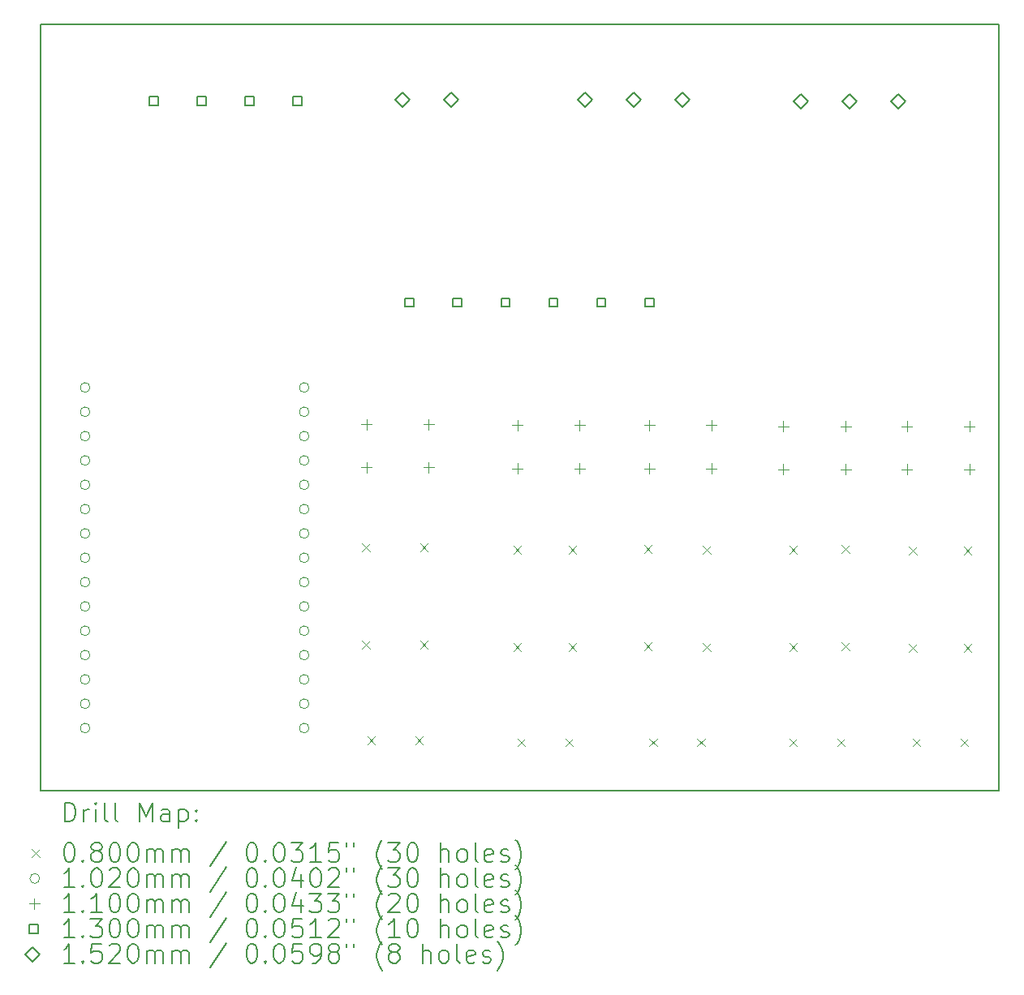
<source format=gbr>
%TF.GenerationSoftware,KiCad,Pcbnew,8.0.6*%
%TF.CreationDate,2024-11-18T20:54:05+01:00*%
%TF.ProjectId,pcb,7063622e-6b69-4636-9164-5f7063625858,rev?*%
%TF.SameCoordinates,Original*%
%TF.FileFunction,Drillmap*%
%TF.FilePolarity,Positive*%
%FSLAX45Y45*%
G04 Gerber Fmt 4.5, Leading zero omitted, Abs format (unit mm)*
G04 Created by KiCad (PCBNEW 8.0.6) date 2024-11-18 20:54:05*
%MOMM*%
%LPD*%
G01*
G04 APERTURE LIST*
%ADD10C,0.200000*%
%ADD11C,0.100000*%
%ADD12C,0.102000*%
%ADD13C,0.110000*%
%ADD14C,0.130000*%
%ADD15C,0.152000*%
G04 APERTURE END LIST*
D10*
X9950000Y-5050000D02*
X19950000Y-5050000D01*
X19950000Y-13050000D01*
X9950000Y-13050000D01*
X9950000Y-5050000D01*
D11*
X13305000Y-10467500D02*
X13385000Y-10547500D01*
X13385000Y-10467500D02*
X13305000Y-10547500D01*
X13305000Y-11483500D02*
X13385000Y-11563500D01*
X13385000Y-11483500D02*
X13305000Y-11563500D01*
X13360000Y-12483500D02*
X13440000Y-12563500D01*
X13440000Y-12483500D02*
X13360000Y-12563500D01*
X13860000Y-12483500D02*
X13940000Y-12563500D01*
X13940000Y-12483500D02*
X13860000Y-12563500D01*
X13910000Y-10467500D02*
X13990000Y-10547500D01*
X13990000Y-10467500D02*
X13910000Y-10547500D01*
X13910000Y-11483500D02*
X13990000Y-11563500D01*
X13990000Y-11483500D02*
X13910000Y-11563500D01*
X14885000Y-10492000D02*
X14965000Y-10572000D01*
X14965000Y-10492000D02*
X14885000Y-10572000D01*
X14885000Y-11508000D02*
X14965000Y-11588000D01*
X14965000Y-11508000D02*
X14885000Y-11588000D01*
X14925000Y-12502000D02*
X15005000Y-12582000D01*
X15005000Y-12502000D02*
X14925000Y-12582000D01*
X15425000Y-12502000D02*
X15505000Y-12582000D01*
X15505000Y-12502000D02*
X15425000Y-12582000D01*
X15460000Y-10492000D02*
X15540000Y-10572000D01*
X15540000Y-10492000D02*
X15460000Y-10572000D01*
X15460000Y-11508000D02*
X15540000Y-11588000D01*
X15540000Y-11508000D02*
X15460000Y-11588000D01*
X16245000Y-10484000D02*
X16325000Y-10564000D01*
X16325000Y-10484000D02*
X16245000Y-10564000D01*
X16245000Y-11500000D02*
X16325000Y-11580000D01*
X16325000Y-11500000D02*
X16245000Y-11580000D01*
X16300000Y-12502000D02*
X16380000Y-12582000D01*
X16380000Y-12502000D02*
X16300000Y-12582000D01*
X16800000Y-12502000D02*
X16880000Y-12582000D01*
X16880000Y-12502000D02*
X16800000Y-12582000D01*
X16860000Y-10492000D02*
X16940000Y-10572000D01*
X16940000Y-10492000D02*
X16860000Y-10572000D01*
X16860000Y-11508000D02*
X16940000Y-11588000D01*
X16940000Y-11508000D02*
X16860000Y-11588000D01*
X17760000Y-10494000D02*
X17840000Y-10574000D01*
X17840000Y-10494000D02*
X17760000Y-10574000D01*
X17760000Y-11510000D02*
X17840000Y-11590000D01*
X17840000Y-11510000D02*
X17760000Y-11590000D01*
X17760000Y-12502000D02*
X17840000Y-12582000D01*
X17840000Y-12502000D02*
X17760000Y-12582000D01*
X18260000Y-12502000D02*
X18340000Y-12582000D01*
X18340000Y-12502000D02*
X18260000Y-12582000D01*
X18310000Y-10486000D02*
X18390000Y-10566000D01*
X18390000Y-10486000D02*
X18310000Y-10566000D01*
X18310000Y-11502000D02*
X18390000Y-11582000D01*
X18390000Y-11502000D02*
X18310000Y-11582000D01*
X19009500Y-10502000D02*
X19089500Y-10582000D01*
X19089500Y-10502000D02*
X19009500Y-10582000D01*
X19009500Y-11518000D02*
X19089500Y-11598000D01*
X19089500Y-11518000D02*
X19009500Y-11598000D01*
X19049500Y-12502000D02*
X19129500Y-12582000D01*
X19129500Y-12502000D02*
X19049500Y-12582000D01*
X19549500Y-12502000D02*
X19629500Y-12582000D01*
X19629500Y-12502000D02*
X19549500Y-12582000D01*
X19584500Y-10502000D02*
X19664500Y-10582000D01*
X19664500Y-10502000D02*
X19584500Y-10582000D01*
X19584500Y-11518000D02*
X19664500Y-11598000D01*
X19664500Y-11518000D02*
X19584500Y-11598000D01*
D12*
X10465000Y-8838000D02*
G75*
G02*
X10363000Y-8838000I-51000J0D01*
G01*
X10363000Y-8838000D02*
G75*
G02*
X10465000Y-8838000I51000J0D01*
G01*
X10465000Y-9092000D02*
G75*
G02*
X10363000Y-9092000I-51000J0D01*
G01*
X10363000Y-9092000D02*
G75*
G02*
X10465000Y-9092000I51000J0D01*
G01*
X10465000Y-9346000D02*
G75*
G02*
X10363000Y-9346000I-51000J0D01*
G01*
X10363000Y-9346000D02*
G75*
G02*
X10465000Y-9346000I51000J0D01*
G01*
X10465000Y-9600000D02*
G75*
G02*
X10363000Y-9600000I-51000J0D01*
G01*
X10363000Y-9600000D02*
G75*
G02*
X10465000Y-9600000I51000J0D01*
G01*
X10465000Y-9854000D02*
G75*
G02*
X10363000Y-9854000I-51000J0D01*
G01*
X10363000Y-9854000D02*
G75*
G02*
X10465000Y-9854000I51000J0D01*
G01*
X10465000Y-10108000D02*
G75*
G02*
X10363000Y-10108000I-51000J0D01*
G01*
X10363000Y-10108000D02*
G75*
G02*
X10465000Y-10108000I51000J0D01*
G01*
X10465000Y-10362000D02*
G75*
G02*
X10363000Y-10362000I-51000J0D01*
G01*
X10363000Y-10362000D02*
G75*
G02*
X10465000Y-10362000I51000J0D01*
G01*
X10465000Y-10616000D02*
G75*
G02*
X10363000Y-10616000I-51000J0D01*
G01*
X10363000Y-10616000D02*
G75*
G02*
X10465000Y-10616000I51000J0D01*
G01*
X10465000Y-10870000D02*
G75*
G02*
X10363000Y-10870000I-51000J0D01*
G01*
X10363000Y-10870000D02*
G75*
G02*
X10465000Y-10870000I51000J0D01*
G01*
X10465000Y-11124000D02*
G75*
G02*
X10363000Y-11124000I-51000J0D01*
G01*
X10363000Y-11124000D02*
G75*
G02*
X10465000Y-11124000I51000J0D01*
G01*
X10465000Y-11378000D02*
G75*
G02*
X10363000Y-11378000I-51000J0D01*
G01*
X10363000Y-11378000D02*
G75*
G02*
X10465000Y-11378000I51000J0D01*
G01*
X10465000Y-11632000D02*
G75*
G02*
X10363000Y-11632000I-51000J0D01*
G01*
X10363000Y-11632000D02*
G75*
G02*
X10465000Y-11632000I51000J0D01*
G01*
X10465000Y-11886000D02*
G75*
G02*
X10363000Y-11886000I-51000J0D01*
G01*
X10363000Y-11886000D02*
G75*
G02*
X10465000Y-11886000I51000J0D01*
G01*
X10465000Y-12140000D02*
G75*
G02*
X10363000Y-12140000I-51000J0D01*
G01*
X10363000Y-12140000D02*
G75*
G02*
X10465000Y-12140000I51000J0D01*
G01*
X10465000Y-12394000D02*
G75*
G02*
X10363000Y-12394000I-51000J0D01*
G01*
X10363000Y-12394000D02*
G75*
G02*
X10465000Y-12394000I51000J0D01*
G01*
X12751000Y-8838000D02*
G75*
G02*
X12649000Y-8838000I-51000J0D01*
G01*
X12649000Y-8838000D02*
G75*
G02*
X12751000Y-8838000I51000J0D01*
G01*
X12751000Y-9092000D02*
G75*
G02*
X12649000Y-9092000I-51000J0D01*
G01*
X12649000Y-9092000D02*
G75*
G02*
X12751000Y-9092000I51000J0D01*
G01*
X12751000Y-9346000D02*
G75*
G02*
X12649000Y-9346000I-51000J0D01*
G01*
X12649000Y-9346000D02*
G75*
G02*
X12751000Y-9346000I51000J0D01*
G01*
X12751000Y-9600000D02*
G75*
G02*
X12649000Y-9600000I-51000J0D01*
G01*
X12649000Y-9600000D02*
G75*
G02*
X12751000Y-9600000I51000J0D01*
G01*
X12751000Y-9854000D02*
G75*
G02*
X12649000Y-9854000I-51000J0D01*
G01*
X12649000Y-9854000D02*
G75*
G02*
X12751000Y-9854000I51000J0D01*
G01*
X12751000Y-10108000D02*
G75*
G02*
X12649000Y-10108000I-51000J0D01*
G01*
X12649000Y-10108000D02*
G75*
G02*
X12751000Y-10108000I51000J0D01*
G01*
X12751000Y-10362000D02*
G75*
G02*
X12649000Y-10362000I-51000J0D01*
G01*
X12649000Y-10362000D02*
G75*
G02*
X12751000Y-10362000I51000J0D01*
G01*
X12751000Y-10616000D02*
G75*
G02*
X12649000Y-10616000I-51000J0D01*
G01*
X12649000Y-10616000D02*
G75*
G02*
X12751000Y-10616000I51000J0D01*
G01*
X12751000Y-10870000D02*
G75*
G02*
X12649000Y-10870000I-51000J0D01*
G01*
X12649000Y-10870000D02*
G75*
G02*
X12751000Y-10870000I51000J0D01*
G01*
X12751000Y-11124000D02*
G75*
G02*
X12649000Y-11124000I-51000J0D01*
G01*
X12649000Y-11124000D02*
G75*
G02*
X12751000Y-11124000I51000J0D01*
G01*
X12751000Y-11378000D02*
G75*
G02*
X12649000Y-11378000I-51000J0D01*
G01*
X12649000Y-11378000D02*
G75*
G02*
X12751000Y-11378000I51000J0D01*
G01*
X12751000Y-11632000D02*
G75*
G02*
X12649000Y-11632000I-51000J0D01*
G01*
X12649000Y-11632000D02*
G75*
G02*
X12751000Y-11632000I51000J0D01*
G01*
X12751000Y-11886000D02*
G75*
G02*
X12649000Y-11886000I-51000J0D01*
G01*
X12649000Y-11886000D02*
G75*
G02*
X12751000Y-11886000I51000J0D01*
G01*
X12751000Y-12140000D02*
G75*
G02*
X12649000Y-12140000I-51000J0D01*
G01*
X12649000Y-12140000D02*
G75*
G02*
X12751000Y-12140000I51000J0D01*
G01*
X12751000Y-12394000D02*
G75*
G02*
X12649000Y-12394000I-51000J0D01*
G01*
X12649000Y-12394000D02*
G75*
G02*
X12751000Y-12394000I51000J0D01*
G01*
D13*
X13350000Y-9168500D02*
X13350000Y-9278500D01*
X13295000Y-9223500D02*
X13405000Y-9223500D01*
X13350000Y-9618500D02*
X13350000Y-9728500D01*
X13295000Y-9673500D02*
X13405000Y-9673500D01*
X14000000Y-9168500D02*
X14000000Y-9278500D01*
X13945000Y-9223500D02*
X14055000Y-9223500D01*
X14000000Y-9618500D02*
X14000000Y-9728500D01*
X13945000Y-9673500D02*
X14055000Y-9673500D01*
X14925000Y-9177000D02*
X14925000Y-9287000D01*
X14870000Y-9232000D02*
X14980000Y-9232000D01*
X14925000Y-9627000D02*
X14925000Y-9737000D01*
X14870000Y-9682000D02*
X14980000Y-9682000D01*
X15575000Y-9177000D02*
X15575000Y-9287000D01*
X15520000Y-9232000D02*
X15630000Y-9232000D01*
X15575000Y-9627000D02*
X15575000Y-9737000D01*
X15520000Y-9682000D02*
X15630000Y-9682000D01*
X16300000Y-9177000D02*
X16300000Y-9287000D01*
X16245000Y-9232000D02*
X16355000Y-9232000D01*
X16300000Y-9627000D02*
X16300000Y-9737000D01*
X16245000Y-9682000D02*
X16355000Y-9682000D01*
X16950000Y-9177000D02*
X16950000Y-9287000D01*
X16895000Y-9232000D02*
X17005000Y-9232000D01*
X16950000Y-9627000D02*
X16950000Y-9737000D01*
X16895000Y-9682000D02*
X17005000Y-9682000D01*
X17700000Y-9187000D02*
X17700000Y-9297000D01*
X17645000Y-9242000D02*
X17755000Y-9242000D01*
X17700000Y-9637000D02*
X17700000Y-9747000D01*
X17645000Y-9692000D02*
X17755000Y-9692000D01*
X18350000Y-9187000D02*
X18350000Y-9297000D01*
X18295000Y-9242000D02*
X18405000Y-9242000D01*
X18350000Y-9637000D02*
X18350000Y-9747000D01*
X18295000Y-9692000D02*
X18405000Y-9692000D01*
X18989500Y-9187000D02*
X18989500Y-9297000D01*
X18934500Y-9242000D02*
X19044500Y-9242000D01*
X18989500Y-9637000D02*
X18989500Y-9747000D01*
X18934500Y-9692000D02*
X19044500Y-9692000D01*
X19639500Y-9187000D02*
X19639500Y-9297000D01*
X19584500Y-9242000D02*
X19694500Y-9242000D01*
X19639500Y-9637000D02*
X19639500Y-9747000D01*
X19584500Y-9692000D02*
X19694500Y-9692000D01*
D14*
X11177462Y-5895962D02*
X11177462Y-5804038D01*
X11085538Y-5804038D01*
X11085538Y-5895962D01*
X11177462Y-5895962D01*
X11677462Y-5895962D02*
X11677462Y-5804038D01*
X11585538Y-5804038D01*
X11585538Y-5895962D01*
X11677462Y-5895962D01*
X12177462Y-5895962D02*
X12177462Y-5804038D01*
X12085538Y-5804038D01*
X12085538Y-5895962D01*
X12177462Y-5895962D01*
X12677462Y-5895962D02*
X12677462Y-5804038D01*
X12585538Y-5804038D01*
X12585538Y-5895962D01*
X12677462Y-5895962D01*
X13845962Y-7995962D02*
X13845962Y-7904038D01*
X13754038Y-7904038D01*
X13754038Y-7995962D01*
X13845962Y-7995962D01*
X14345962Y-7995962D02*
X14345962Y-7904038D01*
X14254038Y-7904038D01*
X14254038Y-7995962D01*
X14345962Y-7995962D01*
X14845962Y-7995962D02*
X14845962Y-7904038D01*
X14754038Y-7904038D01*
X14754038Y-7995962D01*
X14845962Y-7995962D01*
X15345962Y-7995962D02*
X15345962Y-7904038D01*
X15254038Y-7904038D01*
X15254038Y-7995962D01*
X15345962Y-7995962D01*
X15845962Y-7995962D02*
X15845962Y-7904038D01*
X15754038Y-7904038D01*
X15754038Y-7995962D01*
X15845962Y-7995962D01*
X16345962Y-7995962D02*
X16345962Y-7904038D01*
X16254038Y-7904038D01*
X16254038Y-7995962D01*
X16345962Y-7995962D01*
D15*
X13723500Y-5907500D02*
X13799500Y-5831500D01*
X13723500Y-5755500D01*
X13647500Y-5831500D01*
X13723500Y-5907500D01*
X14231500Y-5907500D02*
X14307500Y-5831500D01*
X14231500Y-5755500D01*
X14155500Y-5831500D01*
X14231500Y-5907500D01*
X15631500Y-5907500D02*
X15707500Y-5831500D01*
X15631500Y-5755500D01*
X15555500Y-5831500D01*
X15631500Y-5907500D01*
X16139500Y-5907500D02*
X16215500Y-5831500D01*
X16139500Y-5755500D01*
X16063500Y-5831500D01*
X16139500Y-5907500D01*
X16647500Y-5907500D02*
X16723500Y-5831500D01*
X16647500Y-5755500D01*
X16571500Y-5831500D01*
X16647500Y-5907500D01*
X17881500Y-5926000D02*
X17957500Y-5850000D01*
X17881500Y-5774000D01*
X17805500Y-5850000D01*
X17881500Y-5926000D01*
X18389500Y-5926000D02*
X18465500Y-5850000D01*
X18389500Y-5774000D01*
X18313500Y-5850000D01*
X18389500Y-5926000D01*
X18897500Y-5926000D02*
X18973500Y-5850000D01*
X18897500Y-5774000D01*
X18821500Y-5850000D01*
X18897500Y-5926000D01*
D10*
X10200777Y-13371484D02*
X10200777Y-13171484D01*
X10200777Y-13171484D02*
X10248396Y-13171484D01*
X10248396Y-13171484D02*
X10276967Y-13181008D01*
X10276967Y-13181008D02*
X10296015Y-13200055D01*
X10296015Y-13200055D02*
X10305539Y-13219103D01*
X10305539Y-13219103D02*
X10315063Y-13257198D01*
X10315063Y-13257198D02*
X10315063Y-13285769D01*
X10315063Y-13285769D02*
X10305539Y-13323865D01*
X10305539Y-13323865D02*
X10296015Y-13342912D01*
X10296015Y-13342912D02*
X10276967Y-13361960D01*
X10276967Y-13361960D02*
X10248396Y-13371484D01*
X10248396Y-13371484D02*
X10200777Y-13371484D01*
X10400777Y-13371484D02*
X10400777Y-13238150D01*
X10400777Y-13276246D02*
X10410301Y-13257198D01*
X10410301Y-13257198D02*
X10419824Y-13247674D01*
X10419824Y-13247674D02*
X10438872Y-13238150D01*
X10438872Y-13238150D02*
X10457920Y-13238150D01*
X10524586Y-13371484D02*
X10524586Y-13238150D01*
X10524586Y-13171484D02*
X10515063Y-13181008D01*
X10515063Y-13181008D02*
X10524586Y-13190531D01*
X10524586Y-13190531D02*
X10534110Y-13181008D01*
X10534110Y-13181008D02*
X10524586Y-13171484D01*
X10524586Y-13171484D02*
X10524586Y-13190531D01*
X10648396Y-13371484D02*
X10629348Y-13361960D01*
X10629348Y-13361960D02*
X10619824Y-13342912D01*
X10619824Y-13342912D02*
X10619824Y-13171484D01*
X10753158Y-13371484D02*
X10734110Y-13361960D01*
X10734110Y-13361960D02*
X10724586Y-13342912D01*
X10724586Y-13342912D02*
X10724586Y-13171484D01*
X10981729Y-13371484D02*
X10981729Y-13171484D01*
X10981729Y-13171484D02*
X11048396Y-13314341D01*
X11048396Y-13314341D02*
X11115063Y-13171484D01*
X11115063Y-13171484D02*
X11115063Y-13371484D01*
X11296015Y-13371484D02*
X11296015Y-13266722D01*
X11296015Y-13266722D02*
X11286491Y-13247674D01*
X11286491Y-13247674D02*
X11267443Y-13238150D01*
X11267443Y-13238150D02*
X11229348Y-13238150D01*
X11229348Y-13238150D02*
X11210301Y-13247674D01*
X11296015Y-13361960D02*
X11276967Y-13371484D01*
X11276967Y-13371484D02*
X11229348Y-13371484D01*
X11229348Y-13371484D02*
X11210301Y-13361960D01*
X11210301Y-13361960D02*
X11200777Y-13342912D01*
X11200777Y-13342912D02*
X11200777Y-13323865D01*
X11200777Y-13323865D02*
X11210301Y-13304817D01*
X11210301Y-13304817D02*
X11229348Y-13295293D01*
X11229348Y-13295293D02*
X11276967Y-13295293D01*
X11276967Y-13295293D02*
X11296015Y-13285769D01*
X11391253Y-13238150D02*
X11391253Y-13438150D01*
X11391253Y-13247674D02*
X11410301Y-13238150D01*
X11410301Y-13238150D02*
X11448396Y-13238150D01*
X11448396Y-13238150D02*
X11467443Y-13247674D01*
X11467443Y-13247674D02*
X11476967Y-13257198D01*
X11476967Y-13257198D02*
X11486491Y-13276246D01*
X11486491Y-13276246D02*
X11486491Y-13333388D01*
X11486491Y-13333388D02*
X11476967Y-13352436D01*
X11476967Y-13352436D02*
X11467443Y-13361960D01*
X11467443Y-13361960D02*
X11448396Y-13371484D01*
X11448396Y-13371484D02*
X11410301Y-13371484D01*
X11410301Y-13371484D02*
X11391253Y-13361960D01*
X11572205Y-13352436D02*
X11581729Y-13361960D01*
X11581729Y-13361960D02*
X11572205Y-13371484D01*
X11572205Y-13371484D02*
X11562682Y-13361960D01*
X11562682Y-13361960D02*
X11572205Y-13352436D01*
X11572205Y-13352436D02*
X11572205Y-13371484D01*
X11572205Y-13247674D02*
X11581729Y-13257198D01*
X11581729Y-13257198D02*
X11572205Y-13266722D01*
X11572205Y-13266722D02*
X11562682Y-13257198D01*
X11562682Y-13257198D02*
X11572205Y-13247674D01*
X11572205Y-13247674D02*
X11572205Y-13266722D01*
D11*
X9860000Y-13660000D02*
X9940000Y-13740000D01*
X9940000Y-13660000D02*
X9860000Y-13740000D01*
D10*
X10238872Y-13591484D02*
X10257920Y-13591484D01*
X10257920Y-13591484D02*
X10276967Y-13601008D01*
X10276967Y-13601008D02*
X10286491Y-13610531D01*
X10286491Y-13610531D02*
X10296015Y-13629579D01*
X10296015Y-13629579D02*
X10305539Y-13667674D01*
X10305539Y-13667674D02*
X10305539Y-13715293D01*
X10305539Y-13715293D02*
X10296015Y-13753388D01*
X10296015Y-13753388D02*
X10286491Y-13772436D01*
X10286491Y-13772436D02*
X10276967Y-13781960D01*
X10276967Y-13781960D02*
X10257920Y-13791484D01*
X10257920Y-13791484D02*
X10238872Y-13791484D01*
X10238872Y-13791484D02*
X10219824Y-13781960D01*
X10219824Y-13781960D02*
X10210301Y-13772436D01*
X10210301Y-13772436D02*
X10200777Y-13753388D01*
X10200777Y-13753388D02*
X10191253Y-13715293D01*
X10191253Y-13715293D02*
X10191253Y-13667674D01*
X10191253Y-13667674D02*
X10200777Y-13629579D01*
X10200777Y-13629579D02*
X10210301Y-13610531D01*
X10210301Y-13610531D02*
X10219824Y-13601008D01*
X10219824Y-13601008D02*
X10238872Y-13591484D01*
X10391253Y-13772436D02*
X10400777Y-13781960D01*
X10400777Y-13781960D02*
X10391253Y-13791484D01*
X10391253Y-13791484D02*
X10381729Y-13781960D01*
X10381729Y-13781960D02*
X10391253Y-13772436D01*
X10391253Y-13772436D02*
X10391253Y-13791484D01*
X10515063Y-13677198D02*
X10496015Y-13667674D01*
X10496015Y-13667674D02*
X10486491Y-13658150D01*
X10486491Y-13658150D02*
X10476967Y-13639103D01*
X10476967Y-13639103D02*
X10476967Y-13629579D01*
X10476967Y-13629579D02*
X10486491Y-13610531D01*
X10486491Y-13610531D02*
X10496015Y-13601008D01*
X10496015Y-13601008D02*
X10515063Y-13591484D01*
X10515063Y-13591484D02*
X10553158Y-13591484D01*
X10553158Y-13591484D02*
X10572205Y-13601008D01*
X10572205Y-13601008D02*
X10581729Y-13610531D01*
X10581729Y-13610531D02*
X10591253Y-13629579D01*
X10591253Y-13629579D02*
X10591253Y-13639103D01*
X10591253Y-13639103D02*
X10581729Y-13658150D01*
X10581729Y-13658150D02*
X10572205Y-13667674D01*
X10572205Y-13667674D02*
X10553158Y-13677198D01*
X10553158Y-13677198D02*
X10515063Y-13677198D01*
X10515063Y-13677198D02*
X10496015Y-13686722D01*
X10496015Y-13686722D02*
X10486491Y-13696246D01*
X10486491Y-13696246D02*
X10476967Y-13715293D01*
X10476967Y-13715293D02*
X10476967Y-13753388D01*
X10476967Y-13753388D02*
X10486491Y-13772436D01*
X10486491Y-13772436D02*
X10496015Y-13781960D01*
X10496015Y-13781960D02*
X10515063Y-13791484D01*
X10515063Y-13791484D02*
X10553158Y-13791484D01*
X10553158Y-13791484D02*
X10572205Y-13781960D01*
X10572205Y-13781960D02*
X10581729Y-13772436D01*
X10581729Y-13772436D02*
X10591253Y-13753388D01*
X10591253Y-13753388D02*
X10591253Y-13715293D01*
X10591253Y-13715293D02*
X10581729Y-13696246D01*
X10581729Y-13696246D02*
X10572205Y-13686722D01*
X10572205Y-13686722D02*
X10553158Y-13677198D01*
X10715063Y-13591484D02*
X10734110Y-13591484D01*
X10734110Y-13591484D02*
X10753158Y-13601008D01*
X10753158Y-13601008D02*
X10762682Y-13610531D01*
X10762682Y-13610531D02*
X10772205Y-13629579D01*
X10772205Y-13629579D02*
X10781729Y-13667674D01*
X10781729Y-13667674D02*
X10781729Y-13715293D01*
X10781729Y-13715293D02*
X10772205Y-13753388D01*
X10772205Y-13753388D02*
X10762682Y-13772436D01*
X10762682Y-13772436D02*
X10753158Y-13781960D01*
X10753158Y-13781960D02*
X10734110Y-13791484D01*
X10734110Y-13791484D02*
X10715063Y-13791484D01*
X10715063Y-13791484D02*
X10696015Y-13781960D01*
X10696015Y-13781960D02*
X10686491Y-13772436D01*
X10686491Y-13772436D02*
X10676967Y-13753388D01*
X10676967Y-13753388D02*
X10667444Y-13715293D01*
X10667444Y-13715293D02*
X10667444Y-13667674D01*
X10667444Y-13667674D02*
X10676967Y-13629579D01*
X10676967Y-13629579D02*
X10686491Y-13610531D01*
X10686491Y-13610531D02*
X10696015Y-13601008D01*
X10696015Y-13601008D02*
X10715063Y-13591484D01*
X10905539Y-13591484D02*
X10924586Y-13591484D01*
X10924586Y-13591484D02*
X10943634Y-13601008D01*
X10943634Y-13601008D02*
X10953158Y-13610531D01*
X10953158Y-13610531D02*
X10962682Y-13629579D01*
X10962682Y-13629579D02*
X10972205Y-13667674D01*
X10972205Y-13667674D02*
X10972205Y-13715293D01*
X10972205Y-13715293D02*
X10962682Y-13753388D01*
X10962682Y-13753388D02*
X10953158Y-13772436D01*
X10953158Y-13772436D02*
X10943634Y-13781960D01*
X10943634Y-13781960D02*
X10924586Y-13791484D01*
X10924586Y-13791484D02*
X10905539Y-13791484D01*
X10905539Y-13791484D02*
X10886491Y-13781960D01*
X10886491Y-13781960D02*
X10876967Y-13772436D01*
X10876967Y-13772436D02*
X10867444Y-13753388D01*
X10867444Y-13753388D02*
X10857920Y-13715293D01*
X10857920Y-13715293D02*
X10857920Y-13667674D01*
X10857920Y-13667674D02*
X10867444Y-13629579D01*
X10867444Y-13629579D02*
X10876967Y-13610531D01*
X10876967Y-13610531D02*
X10886491Y-13601008D01*
X10886491Y-13601008D02*
X10905539Y-13591484D01*
X11057920Y-13791484D02*
X11057920Y-13658150D01*
X11057920Y-13677198D02*
X11067444Y-13667674D01*
X11067444Y-13667674D02*
X11086491Y-13658150D01*
X11086491Y-13658150D02*
X11115063Y-13658150D01*
X11115063Y-13658150D02*
X11134110Y-13667674D01*
X11134110Y-13667674D02*
X11143634Y-13686722D01*
X11143634Y-13686722D02*
X11143634Y-13791484D01*
X11143634Y-13686722D02*
X11153158Y-13667674D01*
X11153158Y-13667674D02*
X11172205Y-13658150D01*
X11172205Y-13658150D02*
X11200777Y-13658150D01*
X11200777Y-13658150D02*
X11219824Y-13667674D01*
X11219824Y-13667674D02*
X11229348Y-13686722D01*
X11229348Y-13686722D02*
X11229348Y-13791484D01*
X11324586Y-13791484D02*
X11324586Y-13658150D01*
X11324586Y-13677198D02*
X11334110Y-13667674D01*
X11334110Y-13667674D02*
X11353158Y-13658150D01*
X11353158Y-13658150D02*
X11381729Y-13658150D01*
X11381729Y-13658150D02*
X11400777Y-13667674D01*
X11400777Y-13667674D02*
X11410301Y-13686722D01*
X11410301Y-13686722D02*
X11410301Y-13791484D01*
X11410301Y-13686722D02*
X11419824Y-13667674D01*
X11419824Y-13667674D02*
X11438872Y-13658150D01*
X11438872Y-13658150D02*
X11467443Y-13658150D01*
X11467443Y-13658150D02*
X11486491Y-13667674D01*
X11486491Y-13667674D02*
X11496015Y-13686722D01*
X11496015Y-13686722D02*
X11496015Y-13791484D01*
X11886491Y-13581960D02*
X11715063Y-13839103D01*
X12143634Y-13591484D02*
X12162682Y-13591484D01*
X12162682Y-13591484D02*
X12181729Y-13601008D01*
X12181729Y-13601008D02*
X12191253Y-13610531D01*
X12191253Y-13610531D02*
X12200777Y-13629579D01*
X12200777Y-13629579D02*
X12210301Y-13667674D01*
X12210301Y-13667674D02*
X12210301Y-13715293D01*
X12210301Y-13715293D02*
X12200777Y-13753388D01*
X12200777Y-13753388D02*
X12191253Y-13772436D01*
X12191253Y-13772436D02*
X12181729Y-13781960D01*
X12181729Y-13781960D02*
X12162682Y-13791484D01*
X12162682Y-13791484D02*
X12143634Y-13791484D01*
X12143634Y-13791484D02*
X12124586Y-13781960D01*
X12124586Y-13781960D02*
X12115063Y-13772436D01*
X12115063Y-13772436D02*
X12105539Y-13753388D01*
X12105539Y-13753388D02*
X12096015Y-13715293D01*
X12096015Y-13715293D02*
X12096015Y-13667674D01*
X12096015Y-13667674D02*
X12105539Y-13629579D01*
X12105539Y-13629579D02*
X12115063Y-13610531D01*
X12115063Y-13610531D02*
X12124586Y-13601008D01*
X12124586Y-13601008D02*
X12143634Y-13591484D01*
X12296015Y-13772436D02*
X12305539Y-13781960D01*
X12305539Y-13781960D02*
X12296015Y-13791484D01*
X12296015Y-13791484D02*
X12286491Y-13781960D01*
X12286491Y-13781960D02*
X12296015Y-13772436D01*
X12296015Y-13772436D02*
X12296015Y-13791484D01*
X12429348Y-13591484D02*
X12448396Y-13591484D01*
X12448396Y-13591484D02*
X12467444Y-13601008D01*
X12467444Y-13601008D02*
X12476967Y-13610531D01*
X12476967Y-13610531D02*
X12486491Y-13629579D01*
X12486491Y-13629579D02*
X12496015Y-13667674D01*
X12496015Y-13667674D02*
X12496015Y-13715293D01*
X12496015Y-13715293D02*
X12486491Y-13753388D01*
X12486491Y-13753388D02*
X12476967Y-13772436D01*
X12476967Y-13772436D02*
X12467444Y-13781960D01*
X12467444Y-13781960D02*
X12448396Y-13791484D01*
X12448396Y-13791484D02*
X12429348Y-13791484D01*
X12429348Y-13791484D02*
X12410301Y-13781960D01*
X12410301Y-13781960D02*
X12400777Y-13772436D01*
X12400777Y-13772436D02*
X12391253Y-13753388D01*
X12391253Y-13753388D02*
X12381729Y-13715293D01*
X12381729Y-13715293D02*
X12381729Y-13667674D01*
X12381729Y-13667674D02*
X12391253Y-13629579D01*
X12391253Y-13629579D02*
X12400777Y-13610531D01*
X12400777Y-13610531D02*
X12410301Y-13601008D01*
X12410301Y-13601008D02*
X12429348Y-13591484D01*
X12562682Y-13591484D02*
X12686491Y-13591484D01*
X12686491Y-13591484D02*
X12619825Y-13667674D01*
X12619825Y-13667674D02*
X12648396Y-13667674D01*
X12648396Y-13667674D02*
X12667444Y-13677198D01*
X12667444Y-13677198D02*
X12676967Y-13686722D01*
X12676967Y-13686722D02*
X12686491Y-13705769D01*
X12686491Y-13705769D02*
X12686491Y-13753388D01*
X12686491Y-13753388D02*
X12676967Y-13772436D01*
X12676967Y-13772436D02*
X12667444Y-13781960D01*
X12667444Y-13781960D02*
X12648396Y-13791484D01*
X12648396Y-13791484D02*
X12591253Y-13791484D01*
X12591253Y-13791484D02*
X12572206Y-13781960D01*
X12572206Y-13781960D02*
X12562682Y-13772436D01*
X12876967Y-13791484D02*
X12762682Y-13791484D01*
X12819825Y-13791484D02*
X12819825Y-13591484D01*
X12819825Y-13591484D02*
X12800777Y-13620055D01*
X12800777Y-13620055D02*
X12781729Y-13639103D01*
X12781729Y-13639103D02*
X12762682Y-13648627D01*
X13057920Y-13591484D02*
X12962682Y-13591484D01*
X12962682Y-13591484D02*
X12953158Y-13686722D01*
X12953158Y-13686722D02*
X12962682Y-13677198D01*
X12962682Y-13677198D02*
X12981729Y-13667674D01*
X12981729Y-13667674D02*
X13029348Y-13667674D01*
X13029348Y-13667674D02*
X13048396Y-13677198D01*
X13048396Y-13677198D02*
X13057920Y-13686722D01*
X13057920Y-13686722D02*
X13067444Y-13705769D01*
X13067444Y-13705769D02*
X13067444Y-13753388D01*
X13067444Y-13753388D02*
X13057920Y-13772436D01*
X13057920Y-13772436D02*
X13048396Y-13781960D01*
X13048396Y-13781960D02*
X13029348Y-13791484D01*
X13029348Y-13791484D02*
X12981729Y-13791484D01*
X12981729Y-13791484D02*
X12962682Y-13781960D01*
X12962682Y-13781960D02*
X12953158Y-13772436D01*
X13143634Y-13591484D02*
X13143634Y-13629579D01*
X13219825Y-13591484D02*
X13219825Y-13629579D01*
X13515063Y-13867674D02*
X13505539Y-13858150D01*
X13505539Y-13858150D02*
X13486491Y-13829579D01*
X13486491Y-13829579D02*
X13476968Y-13810531D01*
X13476968Y-13810531D02*
X13467444Y-13781960D01*
X13467444Y-13781960D02*
X13457920Y-13734341D01*
X13457920Y-13734341D02*
X13457920Y-13696246D01*
X13457920Y-13696246D02*
X13467444Y-13648627D01*
X13467444Y-13648627D02*
X13476968Y-13620055D01*
X13476968Y-13620055D02*
X13486491Y-13601008D01*
X13486491Y-13601008D02*
X13505539Y-13572436D01*
X13505539Y-13572436D02*
X13515063Y-13562912D01*
X13572206Y-13591484D02*
X13696015Y-13591484D01*
X13696015Y-13591484D02*
X13629348Y-13667674D01*
X13629348Y-13667674D02*
X13657920Y-13667674D01*
X13657920Y-13667674D02*
X13676968Y-13677198D01*
X13676968Y-13677198D02*
X13686491Y-13686722D01*
X13686491Y-13686722D02*
X13696015Y-13705769D01*
X13696015Y-13705769D02*
X13696015Y-13753388D01*
X13696015Y-13753388D02*
X13686491Y-13772436D01*
X13686491Y-13772436D02*
X13676968Y-13781960D01*
X13676968Y-13781960D02*
X13657920Y-13791484D01*
X13657920Y-13791484D02*
X13600777Y-13791484D01*
X13600777Y-13791484D02*
X13581729Y-13781960D01*
X13581729Y-13781960D02*
X13572206Y-13772436D01*
X13819825Y-13591484D02*
X13838872Y-13591484D01*
X13838872Y-13591484D02*
X13857920Y-13601008D01*
X13857920Y-13601008D02*
X13867444Y-13610531D01*
X13867444Y-13610531D02*
X13876968Y-13629579D01*
X13876968Y-13629579D02*
X13886491Y-13667674D01*
X13886491Y-13667674D02*
X13886491Y-13715293D01*
X13886491Y-13715293D02*
X13876968Y-13753388D01*
X13876968Y-13753388D02*
X13867444Y-13772436D01*
X13867444Y-13772436D02*
X13857920Y-13781960D01*
X13857920Y-13781960D02*
X13838872Y-13791484D01*
X13838872Y-13791484D02*
X13819825Y-13791484D01*
X13819825Y-13791484D02*
X13800777Y-13781960D01*
X13800777Y-13781960D02*
X13791253Y-13772436D01*
X13791253Y-13772436D02*
X13781729Y-13753388D01*
X13781729Y-13753388D02*
X13772206Y-13715293D01*
X13772206Y-13715293D02*
X13772206Y-13667674D01*
X13772206Y-13667674D02*
X13781729Y-13629579D01*
X13781729Y-13629579D02*
X13791253Y-13610531D01*
X13791253Y-13610531D02*
X13800777Y-13601008D01*
X13800777Y-13601008D02*
X13819825Y-13591484D01*
X14124587Y-13791484D02*
X14124587Y-13591484D01*
X14210301Y-13791484D02*
X14210301Y-13686722D01*
X14210301Y-13686722D02*
X14200777Y-13667674D01*
X14200777Y-13667674D02*
X14181730Y-13658150D01*
X14181730Y-13658150D02*
X14153158Y-13658150D01*
X14153158Y-13658150D02*
X14134110Y-13667674D01*
X14134110Y-13667674D02*
X14124587Y-13677198D01*
X14334110Y-13791484D02*
X14315063Y-13781960D01*
X14315063Y-13781960D02*
X14305539Y-13772436D01*
X14305539Y-13772436D02*
X14296015Y-13753388D01*
X14296015Y-13753388D02*
X14296015Y-13696246D01*
X14296015Y-13696246D02*
X14305539Y-13677198D01*
X14305539Y-13677198D02*
X14315063Y-13667674D01*
X14315063Y-13667674D02*
X14334110Y-13658150D01*
X14334110Y-13658150D02*
X14362682Y-13658150D01*
X14362682Y-13658150D02*
X14381730Y-13667674D01*
X14381730Y-13667674D02*
X14391253Y-13677198D01*
X14391253Y-13677198D02*
X14400777Y-13696246D01*
X14400777Y-13696246D02*
X14400777Y-13753388D01*
X14400777Y-13753388D02*
X14391253Y-13772436D01*
X14391253Y-13772436D02*
X14381730Y-13781960D01*
X14381730Y-13781960D02*
X14362682Y-13791484D01*
X14362682Y-13791484D02*
X14334110Y-13791484D01*
X14515063Y-13791484D02*
X14496015Y-13781960D01*
X14496015Y-13781960D02*
X14486491Y-13762912D01*
X14486491Y-13762912D02*
X14486491Y-13591484D01*
X14667444Y-13781960D02*
X14648396Y-13791484D01*
X14648396Y-13791484D02*
X14610301Y-13791484D01*
X14610301Y-13791484D02*
X14591253Y-13781960D01*
X14591253Y-13781960D02*
X14581730Y-13762912D01*
X14581730Y-13762912D02*
X14581730Y-13686722D01*
X14581730Y-13686722D02*
X14591253Y-13667674D01*
X14591253Y-13667674D02*
X14610301Y-13658150D01*
X14610301Y-13658150D02*
X14648396Y-13658150D01*
X14648396Y-13658150D02*
X14667444Y-13667674D01*
X14667444Y-13667674D02*
X14676968Y-13686722D01*
X14676968Y-13686722D02*
X14676968Y-13705769D01*
X14676968Y-13705769D02*
X14581730Y-13724817D01*
X14753158Y-13781960D02*
X14772206Y-13791484D01*
X14772206Y-13791484D02*
X14810301Y-13791484D01*
X14810301Y-13791484D02*
X14829349Y-13781960D01*
X14829349Y-13781960D02*
X14838872Y-13762912D01*
X14838872Y-13762912D02*
X14838872Y-13753388D01*
X14838872Y-13753388D02*
X14829349Y-13734341D01*
X14829349Y-13734341D02*
X14810301Y-13724817D01*
X14810301Y-13724817D02*
X14781730Y-13724817D01*
X14781730Y-13724817D02*
X14762682Y-13715293D01*
X14762682Y-13715293D02*
X14753158Y-13696246D01*
X14753158Y-13696246D02*
X14753158Y-13686722D01*
X14753158Y-13686722D02*
X14762682Y-13667674D01*
X14762682Y-13667674D02*
X14781730Y-13658150D01*
X14781730Y-13658150D02*
X14810301Y-13658150D01*
X14810301Y-13658150D02*
X14829349Y-13667674D01*
X14905539Y-13867674D02*
X14915063Y-13858150D01*
X14915063Y-13858150D02*
X14934111Y-13829579D01*
X14934111Y-13829579D02*
X14943634Y-13810531D01*
X14943634Y-13810531D02*
X14953158Y-13781960D01*
X14953158Y-13781960D02*
X14962682Y-13734341D01*
X14962682Y-13734341D02*
X14962682Y-13696246D01*
X14962682Y-13696246D02*
X14953158Y-13648627D01*
X14953158Y-13648627D02*
X14943634Y-13620055D01*
X14943634Y-13620055D02*
X14934111Y-13601008D01*
X14934111Y-13601008D02*
X14915063Y-13572436D01*
X14915063Y-13572436D02*
X14905539Y-13562912D01*
D12*
X9940000Y-13964000D02*
G75*
G02*
X9838000Y-13964000I-51000J0D01*
G01*
X9838000Y-13964000D02*
G75*
G02*
X9940000Y-13964000I51000J0D01*
G01*
D10*
X10305539Y-14055484D02*
X10191253Y-14055484D01*
X10248396Y-14055484D02*
X10248396Y-13855484D01*
X10248396Y-13855484D02*
X10229348Y-13884055D01*
X10229348Y-13884055D02*
X10210301Y-13903103D01*
X10210301Y-13903103D02*
X10191253Y-13912627D01*
X10391253Y-14036436D02*
X10400777Y-14045960D01*
X10400777Y-14045960D02*
X10391253Y-14055484D01*
X10391253Y-14055484D02*
X10381729Y-14045960D01*
X10381729Y-14045960D02*
X10391253Y-14036436D01*
X10391253Y-14036436D02*
X10391253Y-14055484D01*
X10524586Y-13855484D02*
X10543634Y-13855484D01*
X10543634Y-13855484D02*
X10562682Y-13865008D01*
X10562682Y-13865008D02*
X10572205Y-13874531D01*
X10572205Y-13874531D02*
X10581729Y-13893579D01*
X10581729Y-13893579D02*
X10591253Y-13931674D01*
X10591253Y-13931674D02*
X10591253Y-13979293D01*
X10591253Y-13979293D02*
X10581729Y-14017388D01*
X10581729Y-14017388D02*
X10572205Y-14036436D01*
X10572205Y-14036436D02*
X10562682Y-14045960D01*
X10562682Y-14045960D02*
X10543634Y-14055484D01*
X10543634Y-14055484D02*
X10524586Y-14055484D01*
X10524586Y-14055484D02*
X10505539Y-14045960D01*
X10505539Y-14045960D02*
X10496015Y-14036436D01*
X10496015Y-14036436D02*
X10486491Y-14017388D01*
X10486491Y-14017388D02*
X10476967Y-13979293D01*
X10476967Y-13979293D02*
X10476967Y-13931674D01*
X10476967Y-13931674D02*
X10486491Y-13893579D01*
X10486491Y-13893579D02*
X10496015Y-13874531D01*
X10496015Y-13874531D02*
X10505539Y-13865008D01*
X10505539Y-13865008D02*
X10524586Y-13855484D01*
X10667444Y-13874531D02*
X10676967Y-13865008D01*
X10676967Y-13865008D02*
X10696015Y-13855484D01*
X10696015Y-13855484D02*
X10743634Y-13855484D01*
X10743634Y-13855484D02*
X10762682Y-13865008D01*
X10762682Y-13865008D02*
X10772205Y-13874531D01*
X10772205Y-13874531D02*
X10781729Y-13893579D01*
X10781729Y-13893579D02*
X10781729Y-13912627D01*
X10781729Y-13912627D02*
X10772205Y-13941198D01*
X10772205Y-13941198D02*
X10657920Y-14055484D01*
X10657920Y-14055484D02*
X10781729Y-14055484D01*
X10905539Y-13855484D02*
X10924586Y-13855484D01*
X10924586Y-13855484D02*
X10943634Y-13865008D01*
X10943634Y-13865008D02*
X10953158Y-13874531D01*
X10953158Y-13874531D02*
X10962682Y-13893579D01*
X10962682Y-13893579D02*
X10972205Y-13931674D01*
X10972205Y-13931674D02*
X10972205Y-13979293D01*
X10972205Y-13979293D02*
X10962682Y-14017388D01*
X10962682Y-14017388D02*
X10953158Y-14036436D01*
X10953158Y-14036436D02*
X10943634Y-14045960D01*
X10943634Y-14045960D02*
X10924586Y-14055484D01*
X10924586Y-14055484D02*
X10905539Y-14055484D01*
X10905539Y-14055484D02*
X10886491Y-14045960D01*
X10886491Y-14045960D02*
X10876967Y-14036436D01*
X10876967Y-14036436D02*
X10867444Y-14017388D01*
X10867444Y-14017388D02*
X10857920Y-13979293D01*
X10857920Y-13979293D02*
X10857920Y-13931674D01*
X10857920Y-13931674D02*
X10867444Y-13893579D01*
X10867444Y-13893579D02*
X10876967Y-13874531D01*
X10876967Y-13874531D02*
X10886491Y-13865008D01*
X10886491Y-13865008D02*
X10905539Y-13855484D01*
X11057920Y-14055484D02*
X11057920Y-13922150D01*
X11057920Y-13941198D02*
X11067444Y-13931674D01*
X11067444Y-13931674D02*
X11086491Y-13922150D01*
X11086491Y-13922150D02*
X11115063Y-13922150D01*
X11115063Y-13922150D02*
X11134110Y-13931674D01*
X11134110Y-13931674D02*
X11143634Y-13950722D01*
X11143634Y-13950722D02*
X11143634Y-14055484D01*
X11143634Y-13950722D02*
X11153158Y-13931674D01*
X11153158Y-13931674D02*
X11172205Y-13922150D01*
X11172205Y-13922150D02*
X11200777Y-13922150D01*
X11200777Y-13922150D02*
X11219824Y-13931674D01*
X11219824Y-13931674D02*
X11229348Y-13950722D01*
X11229348Y-13950722D02*
X11229348Y-14055484D01*
X11324586Y-14055484D02*
X11324586Y-13922150D01*
X11324586Y-13941198D02*
X11334110Y-13931674D01*
X11334110Y-13931674D02*
X11353158Y-13922150D01*
X11353158Y-13922150D02*
X11381729Y-13922150D01*
X11381729Y-13922150D02*
X11400777Y-13931674D01*
X11400777Y-13931674D02*
X11410301Y-13950722D01*
X11410301Y-13950722D02*
X11410301Y-14055484D01*
X11410301Y-13950722D02*
X11419824Y-13931674D01*
X11419824Y-13931674D02*
X11438872Y-13922150D01*
X11438872Y-13922150D02*
X11467443Y-13922150D01*
X11467443Y-13922150D02*
X11486491Y-13931674D01*
X11486491Y-13931674D02*
X11496015Y-13950722D01*
X11496015Y-13950722D02*
X11496015Y-14055484D01*
X11886491Y-13845960D02*
X11715063Y-14103103D01*
X12143634Y-13855484D02*
X12162682Y-13855484D01*
X12162682Y-13855484D02*
X12181729Y-13865008D01*
X12181729Y-13865008D02*
X12191253Y-13874531D01*
X12191253Y-13874531D02*
X12200777Y-13893579D01*
X12200777Y-13893579D02*
X12210301Y-13931674D01*
X12210301Y-13931674D02*
X12210301Y-13979293D01*
X12210301Y-13979293D02*
X12200777Y-14017388D01*
X12200777Y-14017388D02*
X12191253Y-14036436D01*
X12191253Y-14036436D02*
X12181729Y-14045960D01*
X12181729Y-14045960D02*
X12162682Y-14055484D01*
X12162682Y-14055484D02*
X12143634Y-14055484D01*
X12143634Y-14055484D02*
X12124586Y-14045960D01*
X12124586Y-14045960D02*
X12115063Y-14036436D01*
X12115063Y-14036436D02*
X12105539Y-14017388D01*
X12105539Y-14017388D02*
X12096015Y-13979293D01*
X12096015Y-13979293D02*
X12096015Y-13931674D01*
X12096015Y-13931674D02*
X12105539Y-13893579D01*
X12105539Y-13893579D02*
X12115063Y-13874531D01*
X12115063Y-13874531D02*
X12124586Y-13865008D01*
X12124586Y-13865008D02*
X12143634Y-13855484D01*
X12296015Y-14036436D02*
X12305539Y-14045960D01*
X12305539Y-14045960D02*
X12296015Y-14055484D01*
X12296015Y-14055484D02*
X12286491Y-14045960D01*
X12286491Y-14045960D02*
X12296015Y-14036436D01*
X12296015Y-14036436D02*
X12296015Y-14055484D01*
X12429348Y-13855484D02*
X12448396Y-13855484D01*
X12448396Y-13855484D02*
X12467444Y-13865008D01*
X12467444Y-13865008D02*
X12476967Y-13874531D01*
X12476967Y-13874531D02*
X12486491Y-13893579D01*
X12486491Y-13893579D02*
X12496015Y-13931674D01*
X12496015Y-13931674D02*
X12496015Y-13979293D01*
X12496015Y-13979293D02*
X12486491Y-14017388D01*
X12486491Y-14017388D02*
X12476967Y-14036436D01*
X12476967Y-14036436D02*
X12467444Y-14045960D01*
X12467444Y-14045960D02*
X12448396Y-14055484D01*
X12448396Y-14055484D02*
X12429348Y-14055484D01*
X12429348Y-14055484D02*
X12410301Y-14045960D01*
X12410301Y-14045960D02*
X12400777Y-14036436D01*
X12400777Y-14036436D02*
X12391253Y-14017388D01*
X12391253Y-14017388D02*
X12381729Y-13979293D01*
X12381729Y-13979293D02*
X12381729Y-13931674D01*
X12381729Y-13931674D02*
X12391253Y-13893579D01*
X12391253Y-13893579D02*
X12400777Y-13874531D01*
X12400777Y-13874531D02*
X12410301Y-13865008D01*
X12410301Y-13865008D02*
X12429348Y-13855484D01*
X12667444Y-13922150D02*
X12667444Y-14055484D01*
X12619825Y-13845960D02*
X12572206Y-13988817D01*
X12572206Y-13988817D02*
X12696015Y-13988817D01*
X12810301Y-13855484D02*
X12829348Y-13855484D01*
X12829348Y-13855484D02*
X12848396Y-13865008D01*
X12848396Y-13865008D02*
X12857920Y-13874531D01*
X12857920Y-13874531D02*
X12867444Y-13893579D01*
X12867444Y-13893579D02*
X12876967Y-13931674D01*
X12876967Y-13931674D02*
X12876967Y-13979293D01*
X12876967Y-13979293D02*
X12867444Y-14017388D01*
X12867444Y-14017388D02*
X12857920Y-14036436D01*
X12857920Y-14036436D02*
X12848396Y-14045960D01*
X12848396Y-14045960D02*
X12829348Y-14055484D01*
X12829348Y-14055484D02*
X12810301Y-14055484D01*
X12810301Y-14055484D02*
X12791253Y-14045960D01*
X12791253Y-14045960D02*
X12781729Y-14036436D01*
X12781729Y-14036436D02*
X12772206Y-14017388D01*
X12772206Y-14017388D02*
X12762682Y-13979293D01*
X12762682Y-13979293D02*
X12762682Y-13931674D01*
X12762682Y-13931674D02*
X12772206Y-13893579D01*
X12772206Y-13893579D02*
X12781729Y-13874531D01*
X12781729Y-13874531D02*
X12791253Y-13865008D01*
X12791253Y-13865008D02*
X12810301Y-13855484D01*
X12953158Y-13874531D02*
X12962682Y-13865008D01*
X12962682Y-13865008D02*
X12981729Y-13855484D01*
X12981729Y-13855484D02*
X13029348Y-13855484D01*
X13029348Y-13855484D02*
X13048396Y-13865008D01*
X13048396Y-13865008D02*
X13057920Y-13874531D01*
X13057920Y-13874531D02*
X13067444Y-13893579D01*
X13067444Y-13893579D02*
X13067444Y-13912627D01*
X13067444Y-13912627D02*
X13057920Y-13941198D01*
X13057920Y-13941198D02*
X12943634Y-14055484D01*
X12943634Y-14055484D02*
X13067444Y-14055484D01*
X13143634Y-13855484D02*
X13143634Y-13893579D01*
X13219825Y-13855484D02*
X13219825Y-13893579D01*
X13515063Y-14131674D02*
X13505539Y-14122150D01*
X13505539Y-14122150D02*
X13486491Y-14093579D01*
X13486491Y-14093579D02*
X13476968Y-14074531D01*
X13476968Y-14074531D02*
X13467444Y-14045960D01*
X13467444Y-14045960D02*
X13457920Y-13998341D01*
X13457920Y-13998341D02*
X13457920Y-13960246D01*
X13457920Y-13960246D02*
X13467444Y-13912627D01*
X13467444Y-13912627D02*
X13476968Y-13884055D01*
X13476968Y-13884055D02*
X13486491Y-13865008D01*
X13486491Y-13865008D02*
X13505539Y-13836436D01*
X13505539Y-13836436D02*
X13515063Y-13826912D01*
X13572206Y-13855484D02*
X13696015Y-13855484D01*
X13696015Y-13855484D02*
X13629348Y-13931674D01*
X13629348Y-13931674D02*
X13657920Y-13931674D01*
X13657920Y-13931674D02*
X13676968Y-13941198D01*
X13676968Y-13941198D02*
X13686491Y-13950722D01*
X13686491Y-13950722D02*
X13696015Y-13969769D01*
X13696015Y-13969769D02*
X13696015Y-14017388D01*
X13696015Y-14017388D02*
X13686491Y-14036436D01*
X13686491Y-14036436D02*
X13676968Y-14045960D01*
X13676968Y-14045960D02*
X13657920Y-14055484D01*
X13657920Y-14055484D02*
X13600777Y-14055484D01*
X13600777Y-14055484D02*
X13581729Y-14045960D01*
X13581729Y-14045960D02*
X13572206Y-14036436D01*
X13819825Y-13855484D02*
X13838872Y-13855484D01*
X13838872Y-13855484D02*
X13857920Y-13865008D01*
X13857920Y-13865008D02*
X13867444Y-13874531D01*
X13867444Y-13874531D02*
X13876968Y-13893579D01*
X13876968Y-13893579D02*
X13886491Y-13931674D01*
X13886491Y-13931674D02*
X13886491Y-13979293D01*
X13886491Y-13979293D02*
X13876968Y-14017388D01*
X13876968Y-14017388D02*
X13867444Y-14036436D01*
X13867444Y-14036436D02*
X13857920Y-14045960D01*
X13857920Y-14045960D02*
X13838872Y-14055484D01*
X13838872Y-14055484D02*
X13819825Y-14055484D01*
X13819825Y-14055484D02*
X13800777Y-14045960D01*
X13800777Y-14045960D02*
X13791253Y-14036436D01*
X13791253Y-14036436D02*
X13781729Y-14017388D01*
X13781729Y-14017388D02*
X13772206Y-13979293D01*
X13772206Y-13979293D02*
X13772206Y-13931674D01*
X13772206Y-13931674D02*
X13781729Y-13893579D01*
X13781729Y-13893579D02*
X13791253Y-13874531D01*
X13791253Y-13874531D02*
X13800777Y-13865008D01*
X13800777Y-13865008D02*
X13819825Y-13855484D01*
X14124587Y-14055484D02*
X14124587Y-13855484D01*
X14210301Y-14055484D02*
X14210301Y-13950722D01*
X14210301Y-13950722D02*
X14200777Y-13931674D01*
X14200777Y-13931674D02*
X14181730Y-13922150D01*
X14181730Y-13922150D02*
X14153158Y-13922150D01*
X14153158Y-13922150D02*
X14134110Y-13931674D01*
X14134110Y-13931674D02*
X14124587Y-13941198D01*
X14334110Y-14055484D02*
X14315063Y-14045960D01*
X14315063Y-14045960D02*
X14305539Y-14036436D01*
X14305539Y-14036436D02*
X14296015Y-14017388D01*
X14296015Y-14017388D02*
X14296015Y-13960246D01*
X14296015Y-13960246D02*
X14305539Y-13941198D01*
X14305539Y-13941198D02*
X14315063Y-13931674D01*
X14315063Y-13931674D02*
X14334110Y-13922150D01*
X14334110Y-13922150D02*
X14362682Y-13922150D01*
X14362682Y-13922150D02*
X14381730Y-13931674D01*
X14381730Y-13931674D02*
X14391253Y-13941198D01*
X14391253Y-13941198D02*
X14400777Y-13960246D01*
X14400777Y-13960246D02*
X14400777Y-14017388D01*
X14400777Y-14017388D02*
X14391253Y-14036436D01*
X14391253Y-14036436D02*
X14381730Y-14045960D01*
X14381730Y-14045960D02*
X14362682Y-14055484D01*
X14362682Y-14055484D02*
X14334110Y-14055484D01*
X14515063Y-14055484D02*
X14496015Y-14045960D01*
X14496015Y-14045960D02*
X14486491Y-14026912D01*
X14486491Y-14026912D02*
X14486491Y-13855484D01*
X14667444Y-14045960D02*
X14648396Y-14055484D01*
X14648396Y-14055484D02*
X14610301Y-14055484D01*
X14610301Y-14055484D02*
X14591253Y-14045960D01*
X14591253Y-14045960D02*
X14581730Y-14026912D01*
X14581730Y-14026912D02*
X14581730Y-13950722D01*
X14581730Y-13950722D02*
X14591253Y-13931674D01*
X14591253Y-13931674D02*
X14610301Y-13922150D01*
X14610301Y-13922150D02*
X14648396Y-13922150D01*
X14648396Y-13922150D02*
X14667444Y-13931674D01*
X14667444Y-13931674D02*
X14676968Y-13950722D01*
X14676968Y-13950722D02*
X14676968Y-13969769D01*
X14676968Y-13969769D02*
X14581730Y-13988817D01*
X14753158Y-14045960D02*
X14772206Y-14055484D01*
X14772206Y-14055484D02*
X14810301Y-14055484D01*
X14810301Y-14055484D02*
X14829349Y-14045960D01*
X14829349Y-14045960D02*
X14838872Y-14026912D01*
X14838872Y-14026912D02*
X14838872Y-14017388D01*
X14838872Y-14017388D02*
X14829349Y-13998341D01*
X14829349Y-13998341D02*
X14810301Y-13988817D01*
X14810301Y-13988817D02*
X14781730Y-13988817D01*
X14781730Y-13988817D02*
X14762682Y-13979293D01*
X14762682Y-13979293D02*
X14753158Y-13960246D01*
X14753158Y-13960246D02*
X14753158Y-13950722D01*
X14753158Y-13950722D02*
X14762682Y-13931674D01*
X14762682Y-13931674D02*
X14781730Y-13922150D01*
X14781730Y-13922150D02*
X14810301Y-13922150D01*
X14810301Y-13922150D02*
X14829349Y-13931674D01*
X14905539Y-14131674D02*
X14915063Y-14122150D01*
X14915063Y-14122150D02*
X14934111Y-14093579D01*
X14934111Y-14093579D02*
X14943634Y-14074531D01*
X14943634Y-14074531D02*
X14953158Y-14045960D01*
X14953158Y-14045960D02*
X14962682Y-13998341D01*
X14962682Y-13998341D02*
X14962682Y-13960246D01*
X14962682Y-13960246D02*
X14953158Y-13912627D01*
X14953158Y-13912627D02*
X14943634Y-13884055D01*
X14943634Y-13884055D02*
X14934111Y-13865008D01*
X14934111Y-13865008D02*
X14915063Y-13836436D01*
X14915063Y-13836436D02*
X14905539Y-13826912D01*
D13*
X9885000Y-14173000D02*
X9885000Y-14283000D01*
X9830000Y-14228000D02*
X9940000Y-14228000D01*
D10*
X10305539Y-14319484D02*
X10191253Y-14319484D01*
X10248396Y-14319484D02*
X10248396Y-14119484D01*
X10248396Y-14119484D02*
X10229348Y-14148055D01*
X10229348Y-14148055D02*
X10210301Y-14167103D01*
X10210301Y-14167103D02*
X10191253Y-14176627D01*
X10391253Y-14300436D02*
X10400777Y-14309960D01*
X10400777Y-14309960D02*
X10391253Y-14319484D01*
X10391253Y-14319484D02*
X10381729Y-14309960D01*
X10381729Y-14309960D02*
X10391253Y-14300436D01*
X10391253Y-14300436D02*
X10391253Y-14319484D01*
X10591253Y-14319484D02*
X10476967Y-14319484D01*
X10534110Y-14319484D02*
X10534110Y-14119484D01*
X10534110Y-14119484D02*
X10515063Y-14148055D01*
X10515063Y-14148055D02*
X10496015Y-14167103D01*
X10496015Y-14167103D02*
X10476967Y-14176627D01*
X10715063Y-14119484D02*
X10734110Y-14119484D01*
X10734110Y-14119484D02*
X10753158Y-14129008D01*
X10753158Y-14129008D02*
X10762682Y-14138531D01*
X10762682Y-14138531D02*
X10772205Y-14157579D01*
X10772205Y-14157579D02*
X10781729Y-14195674D01*
X10781729Y-14195674D02*
X10781729Y-14243293D01*
X10781729Y-14243293D02*
X10772205Y-14281388D01*
X10772205Y-14281388D02*
X10762682Y-14300436D01*
X10762682Y-14300436D02*
X10753158Y-14309960D01*
X10753158Y-14309960D02*
X10734110Y-14319484D01*
X10734110Y-14319484D02*
X10715063Y-14319484D01*
X10715063Y-14319484D02*
X10696015Y-14309960D01*
X10696015Y-14309960D02*
X10686491Y-14300436D01*
X10686491Y-14300436D02*
X10676967Y-14281388D01*
X10676967Y-14281388D02*
X10667444Y-14243293D01*
X10667444Y-14243293D02*
X10667444Y-14195674D01*
X10667444Y-14195674D02*
X10676967Y-14157579D01*
X10676967Y-14157579D02*
X10686491Y-14138531D01*
X10686491Y-14138531D02*
X10696015Y-14129008D01*
X10696015Y-14129008D02*
X10715063Y-14119484D01*
X10905539Y-14119484D02*
X10924586Y-14119484D01*
X10924586Y-14119484D02*
X10943634Y-14129008D01*
X10943634Y-14129008D02*
X10953158Y-14138531D01*
X10953158Y-14138531D02*
X10962682Y-14157579D01*
X10962682Y-14157579D02*
X10972205Y-14195674D01*
X10972205Y-14195674D02*
X10972205Y-14243293D01*
X10972205Y-14243293D02*
X10962682Y-14281388D01*
X10962682Y-14281388D02*
X10953158Y-14300436D01*
X10953158Y-14300436D02*
X10943634Y-14309960D01*
X10943634Y-14309960D02*
X10924586Y-14319484D01*
X10924586Y-14319484D02*
X10905539Y-14319484D01*
X10905539Y-14319484D02*
X10886491Y-14309960D01*
X10886491Y-14309960D02*
X10876967Y-14300436D01*
X10876967Y-14300436D02*
X10867444Y-14281388D01*
X10867444Y-14281388D02*
X10857920Y-14243293D01*
X10857920Y-14243293D02*
X10857920Y-14195674D01*
X10857920Y-14195674D02*
X10867444Y-14157579D01*
X10867444Y-14157579D02*
X10876967Y-14138531D01*
X10876967Y-14138531D02*
X10886491Y-14129008D01*
X10886491Y-14129008D02*
X10905539Y-14119484D01*
X11057920Y-14319484D02*
X11057920Y-14186150D01*
X11057920Y-14205198D02*
X11067444Y-14195674D01*
X11067444Y-14195674D02*
X11086491Y-14186150D01*
X11086491Y-14186150D02*
X11115063Y-14186150D01*
X11115063Y-14186150D02*
X11134110Y-14195674D01*
X11134110Y-14195674D02*
X11143634Y-14214722D01*
X11143634Y-14214722D02*
X11143634Y-14319484D01*
X11143634Y-14214722D02*
X11153158Y-14195674D01*
X11153158Y-14195674D02*
X11172205Y-14186150D01*
X11172205Y-14186150D02*
X11200777Y-14186150D01*
X11200777Y-14186150D02*
X11219824Y-14195674D01*
X11219824Y-14195674D02*
X11229348Y-14214722D01*
X11229348Y-14214722D02*
X11229348Y-14319484D01*
X11324586Y-14319484D02*
X11324586Y-14186150D01*
X11324586Y-14205198D02*
X11334110Y-14195674D01*
X11334110Y-14195674D02*
X11353158Y-14186150D01*
X11353158Y-14186150D02*
X11381729Y-14186150D01*
X11381729Y-14186150D02*
X11400777Y-14195674D01*
X11400777Y-14195674D02*
X11410301Y-14214722D01*
X11410301Y-14214722D02*
X11410301Y-14319484D01*
X11410301Y-14214722D02*
X11419824Y-14195674D01*
X11419824Y-14195674D02*
X11438872Y-14186150D01*
X11438872Y-14186150D02*
X11467443Y-14186150D01*
X11467443Y-14186150D02*
X11486491Y-14195674D01*
X11486491Y-14195674D02*
X11496015Y-14214722D01*
X11496015Y-14214722D02*
X11496015Y-14319484D01*
X11886491Y-14109960D02*
X11715063Y-14367103D01*
X12143634Y-14119484D02*
X12162682Y-14119484D01*
X12162682Y-14119484D02*
X12181729Y-14129008D01*
X12181729Y-14129008D02*
X12191253Y-14138531D01*
X12191253Y-14138531D02*
X12200777Y-14157579D01*
X12200777Y-14157579D02*
X12210301Y-14195674D01*
X12210301Y-14195674D02*
X12210301Y-14243293D01*
X12210301Y-14243293D02*
X12200777Y-14281388D01*
X12200777Y-14281388D02*
X12191253Y-14300436D01*
X12191253Y-14300436D02*
X12181729Y-14309960D01*
X12181729Y-14309960D02*
X12162682Y-14319484D01*
X12162682Y-14319484D02*
X12143634Y-14319484D01*
X12143634Y-14319484D02*
X12124586Y-14309960D01*
X12124586Y-14309960D02*
X12115063Y-14300436D01*
X12115063Y-14300436D02*
X12105539Y-14281388D01*
X12105539Y-14281388D02*
X12096015Y-14243293D01*
X12096015Y-14243293D02*
X12096015Y-14195674D01*
X12096015Y-14195674D02*
X12105539Y-14157579D01*
X12105539Y-14157579D02*
X12115063Y-14138531D01*
X12115063Y-14138531D02*
X12124586Y-14129008D01*
X12124586Y-14129008D02*
X12143634Y-14119484D01*
X12296015Y-14300436D02*
X12305539Y-14309960D01*
X12305539Y-14309960D02*
X12296015Y-14319484D01*
X12296015Y-14319484D02*
X12286491Y-14309960D01*
X12286491Y-14309960D02*
X12296015Y-14300436D01*
X12296015Y-14300436D02*
X12296015Y-14319484D01*
X12429348Y-14119484D02*
X12448396Y-14119484D01*
X12448396Y-14119484D02*
X12467444Y-14129008D01*
X12467444Y-14129008D02*
X12476967Y-14138531D01*
X12476967Y-14138531D02*
X12486491Y-14157579D01*
X12486491Y-14157579D02*
X12496015Y-14195674D01*
X12496015Y-14195674D02*
X12496015Y-14243293D01*
X12496015Y-14243293D02*
X12486491Y-14281388D01*
X12486491Y-14281388D02*
X12476967Y-14300436D01*
X12476967Y-14300436D02*
X12467444Y-14309960D01*
X12467444Y-14309960D02*
X12448396Y-14319484D01*
X12448396Y-14319484D02*
X12429348Y-14319484D01*
X12429348Y-14319484D02*
X12410301Y-14309960D01*
X12410301Y-14309960D02*
X12400777Y-14300436D01*
X12400777Y-14300436D02*
X12391253Y-14281388D01*
X12391253Y-14281388D02*
X12381729Y-14243293D01*
X12381729Y-14243293D02*
X12381729Y-14195674D01*
X12381729Y-14195674D02*
X12391253Y-14157579D01*
X12391253Y-14157579D02*
X12400777Y-14138531D01*
X12400777Y-14138531D02*
X12410301Y-14129008D01*
X12410301Y-14129008D02*
X12429348Y-14119484D01*
X12667444Y-14186150D02*
X12667444Y-14319484D01*
X12619825Y-14109960D02*
X12572206Y-14252817D01*
X12572206Y-14252817D02*
X12696015Y-14252817D01*
X12753158Y-14119484D02*
X12876967Y-14119484D01*
X12876967Y-14119484D02*
X12810301Y-14195674D01*
X12810301Y-14195674D02*
X12838872Y-14195674D01*
X12838872Y-14195674D02*
X12857920Y-14205198D01*
X12857920Y-14205198D02*
X12867444Y-14214722D01*
X12867444Y-14214722D02*
X12876967Y-14233769D01*
X12876967Y-14233769D02*
X12876967Y-14281388D01*
X12876967Y-14281388D02*
X12867444Y-14300436D01*
X12867444Y-14300436D02*
X12857920Y-14309960D01*
X12857920Y-14309960D02*
X12838872Y-14319484D01*
X12838872Y-14319484D02*
X12781729Y-14319484D01*
X12781729Y-14319484D02*
X12762682Y-14309960D01*
X12762682Y-14309960D02*
X12753158Y-14300436D01*
X12943634Y-14119484D02*
X13067444Y-14119484D01*
X13067444Y-14119484D02*
X13000777Y-14195674D01*
X13000777Y-14195674D02*
X13029348Y-14195674D01*
X13029348Y-14195674D02*
X13048396Y-14205198D01*
X13048396Y-14205198D02*
X13057920Y-14214722D01*
X13057920Y-14214722D02*
X13067444Y-14233769D01*
X13067444Y-14233769D02*
X13067444Y-14281388D01*
X13067444Y-14281388D02*
X13057920Y-14300436D01*
X13057920Y-14300436D02*
X13048396Y-14309960D01*
X13048396Y-14309960D02*
X13029348Y-14319484D01*
X13029348Y-14319484D02*
X12972206Y-14319484D01*
X12972206Y-14319484D02*
X12953158Y-14309960D01*
X12953158Y-14309960D02*
X12943634Y-14300436D01*
X13143634Y-14119484D02*
X13143634Y-14157579D01*
X13219825Y-14119484D02*
X13219825Y-14157579D01*
X13515063Y-14395674D02*
X13505539Y-14386150D01*
X13505539Y-14386150D02*
X13486491Y-14357579D01*
X13486491Y-14357579D02*
X13476968Y-14338531D01*
X13476968Y-14338531D02*
X13467444Y-14309960D01*
X13467444Y-14309960D02*
X13457920Y-14262341D01*
X13457920Y-14262341D02*
X13457920Y-14224246D01*
X13457920Y-14224246D02*
X13467444Y-14176627D01*
X13467444Y-14176627D02*
X13476968Y-14148055D01*
X13476968Y-14148055D02*
X13486491Y-14129008D01*
X13486491Y-14129008D02*
X13505539Y-14100436D01*
X13505539Y-14100436D02*
X13515063Y-14090912D01*
X13581729Y-14138531D02*
X13591253Y-14129008D01*
X13591253Y-14129008D02*
X13610301Y-14119484D01*
X13610301Y-14119484D02*
X13657920Y-14119484D01*
X13657920Y-14119484D02*
X13676968Y-14129008D01*
X13676968Y-14129008D02*
X13686491Y-14138531D01*
X13686491Y-14138531D02*
X13696015Y-14157579D01*
X13696015Y-14157579D02*
X13696015Y-14176627D01*
X13696015Y-14176627D02*
X13686491Y-14205198D01*
X13686491Y-14205198D02*
X13572206Y-14319484D01*
X13572206Y-14319484D02*
X13696015Y-14319484D01*
X13819825Y-14119484D02*
X13838872Y-14119484D01*
X13838872Y-14119484D02*
X13857920Y-14129008D01*
X13857920Y-14129008D02*
X13867444Y-14138531D01*
X13867444Y-14138531D02*
X13876968Y-14157579D01*
X13876968Y-14157579D02*
X13886491Y-14195674D01*
X13886491Y-14195674D02*
X13886491Y-14243293D01*
X13886491Y-14243293D02*
X13876968Y-14281388D01*
X13876968Y-14281388D02*
X13867444Y-14300436D01*
X13867444Y-14300436D02*
X13857920Y-14309960D01*
X13857920Y-14309960D02*
X13838872Y-14319484D01*
X13838872Y-14319484D02*
X13819825Y-14319484D01*
X13819825Y-14319484D02*
X13800777Y-14309960D01*
X13800777Y-14309960D02*
X13791253Y-14300436D01*
X13791253Y-14300436D02*
X13781729Y-14281388D01*
X13781729Y-14281388D02*
X13772206Y-14243293D01*
X13772206Y-14243293D02*
X13772206Y-14195674D01*
X13772206Y-14195674D02*
X13781729Y-14157579D01*
X13781729Y-14157579D02*
X13791253Y-14138531D01*
X13791253Y-14138531D02*
X13800777Y-14129008D01*
X13800777Y-14129008D02*
X13819825Y-14119484D01*
X14124587Y-14319484D02*
X14124587Y-14119484D01*
X14210301Y-14319484D02*
X14210301Y-14214722D01*
X14210301Y-14214722D02*
X14200777Y-14195674D01*
X14200777Y-14195674D02*
X14181730Y-14186150D01*
X14181730Y-14186150D02*
X14153158Y-14186150D01*
X14153158Y-14186150D02*
X14134110Y-14195674D01*
X14134110Y-14195674D02*
X14124587Y-14205198D01*
X14334110Y-14319484D02*
X14315063Y-14309960D01*
X14315063Y-14309960D02*
X14305539Y-14300436D01*
X14305539Y-14300436D02*
X14296015Y-14281388D01*
X14296015Y-14281388D02*
X14296015Y-14224246D01*
X14296015Y-14224246D02*
X14305539Y-14205198D01*
X14305539Y-14205198D02*
X14315063Y-14195674D01*
X14315063Y-14195674D02*
X14334110Y-14186150D01*
X14334110Y-14186150D02*
X14362682Y-14186150D01*
X14362682Y-14186150D02*
X14381730Y-14195674D01*
X14381730Y-14195674D02*
X14391253Y-14205198D01*
X14391253Y-14205198D02*
X14400777Y-14224246D01*
X14400777Y-14224246D02*
X14400777Y-14281388D01*
X14400777Y-14281388D02*
X14391253Y-14300436D01*
X14391253Y-14300436D02*
X14381730Y-14309960D01*
X14381730Y-14309960D02*
X14362682Y-14319484D01*
X14362682Y-14319484D02*
X14334110Y-14319484D01*
X14515063Y-14319484D02*
X14496015Y-14309960D01*
X14496015Y-14309960D02*
X14486491Y-14290912D01*
X14486491Y-14290912D02*
X14486491Y-14119484D01*
X14667444Y-14309960D02*
X14648396Y-14319484D01*
X14648396Y-14319484D02*
X14610301Y-14319484D01*
X14610301Y-14319484D02*
X14591253Y-14309960D01*
X14591253Y-14309960D02*
X14581730Y-14290912D01*
X14581730Y-14290912D02*
X14581730Y-14214722D01*
X14581730Y-14214722D02*
X14591253Y-14195674D01*
X14591253Y-14195674D02*
X14610301Y-14186150D01*
X14610301Y-14186150D02*
X14648396Y-14186150D01*
X14648396Y-14186150D02*
X14667444Y-14195674D01*
X14667444Y-14195674D02*
X14676968Y-14214722D01*
X14676968Y-14214722D02*
X14676968Y-14233769D01*
X14676968Y-14233769D02*
X14581730Y-14252817D01*
X14753158Y-14309960D02*
X14772206Y-14319484D01*
X14772206Y-14319484D02*
X14810301Y-14319484D01*
X14810301Y-14319484D02*
X14829349Y-14309960D01*
X14829349Y-14309960D02*
X14838872Y-14290912D01*
X14838872Y-14290912D02*
X14838872Y-14281388D01*
X14838872Y-14281388D02*
X14829349Y-14262341D01*
X14829349Y-14262341D02*
X14810301Y-14252817D01*
X14810301Y-14252817D02*
X14781730Y-14252817D01*
X14781730Y-14252817D02*
X14762682Y-14243293D01*
X14762682Y-14243293D02*
X14753158Y-14224246D01*
X14753158Y-14224246D02*
X14753158Y-14214722D01*
X14753158Y-14214722D02*
X14762682Y-14195674D01*
X14762682Y-14195674D02*
X14781730Y-14186150D01*
X14781730Y-14186150D02*
X14810301Y-14186150D01*
X14810301Y-14186150D02*
X14829349Y-14195674D01*
X14905539Y-14395674D02*
X14915063Y-14386150D01*
X14915063Y-14386150D02*
X14934111Y-14357579D01*
X14934111Y-14357579D02*
X14943634Y-14338531D01*
X14943634Y-14338531D02*
X14953158Y-14309960D01*
X14953158Y-14309960D02*
X14962682Y-14262341D01*
X14962682Y-14262341D02*
X14962682Y-14224246D01*
X14962682Y-14224246D02*
X14953158Y-14176627D01*
X14953158Y-14176627D02*
X14943634Y-14148055D01*
X14943634Y-14148055D02*
X14934111Y-14129008D01*
X14934111Y-14129008D02*
X14915063Y-14100436D01*
X14915063Y-14100436D02*
X14905539Y-14090912D01*
D14*
X9920962Y-14537962D02*
X9920962Y-14446038D01*
X9829038Y-14446038D01*
X9829038Y-14537962D01*
X9920962Y-14537962D01*
D10*
X10305539Y-14583484D02*
X10191253Y-14583484D01*
X10248396Y-14583484D02*
X10248396Y-14383484D01*
X10248396Y-14383484D02*
X10229348Y-14412055D01*
X10229348Y-14412055D02*
X10210301Y-14431103D01*
X10210301Y-14431103D02*
X10191253Y-14440627D01*
X10391253Y-14564436D02*
X10400777Y-14573960D01*
X10400777Y-14573960D02*
X10391253Y-14583484D01*
X10391253Y-14583484D02*
X10381729Y-14573960D01*
X10381729Y-14573960D02*
X10391253Y-14564436D01*
X10391253Y-14564436D02*
X10391253Y-14583484D01*
X10467444Y-14383484D02*
X10591253Y-14383484D01*
X10591253Y-14383484D02*
X10524586Y-14459674D01*
X10524586Y-14459674D02*
X10553158Y-14459674D01*
X10553158Y-14459674D02*
X10572205Y-14469198D01*
X10572205Y-14469198D02*
X10581729Y-14478722D01*
X10581729Y-14478722D02*
X10591253Y-14497769D01*
X10591253Y-14497769D02*
X10591253Y-14545388D01*
X10591253Y-14545388D02*
X10581729Y-14564436D01*
X10581729Y-14564436D02*
X10572205Y-14573960D01*
X10572205Y-14573960D02*
X10553158Y-14583484D01*
X10553158Y-14583484D02*
X10496015Y-14583484D01*
X10496015Y-14583484D02*
X10476967Y-14573960D01*
X10476967Y-14573960D02*
X10467444Y-14564436D01*
X10715063Y-14383484D02*
X10734110Y-14383484D01*
X10734110Y-14383484D02*
X10753158Y-14393008D01*
X10753158Y-14393008D02*
X10762682Y-14402531D01*
X10762682Y-14402531D02*
X10772205Y-14421579D01*
X10772205Y-14421579D02*
X10781729Y-14459674D01*
X10781729Y-14459674D02*
X10781729Y-14507293D01*
X10781729Y-14507293D02*
X10772205Y-14545388D01*
X10772205Y-14545388D02*
X10762682Y-14564436D01*
X10762682Y-14564436D02*
X10753158Y-14573960D01*
X10753158Y-14573960D02*
X10734110Y-14583484D01*
X10734110Y-14583484D02*
X10715063Y-14583484D01*
X10715063Y-14583484D02*
X10696015Y-14573960D01*
X10696015Y-14573960D02*
X10686491Y-14564436D01*
X10686491Y-14564436D02*
X10676967Y-14545388D01*
X10676967Y-14545388D02*
X10667444Y-14507293D01*
X10667444Y-14507293D02*
X10667444Y-14459674D01*
X10667444Y-14459674D02*
X10676967Y-14421579D01*
X10676967Y-14421579D02*
X10686491Y-14402531D01*
X10686491Y-14402531D02*
X10696015Y-14393008D01*
X10696015Y-14393008D02*
X10715063Y-14383484D01*
X10905539Y-14383484D02*
X10924586Y-14383484D01*
X10924586Y-14383484D02*
X10943634Y-14393008D01*
X10943634Y-14393008D02*
X10953158Y-14402531D01*
X10953158Y-14402531D02*
X10962682Y-14421579D01*
X10962682Y-14421579D02*
X10972205Y-14459674D01*
X10972205Y-14459674D02*
X10972205Y-14507293D01*
X10972205Y-14507293D02*
X10962682Y-14545388D01*
X10962682Y-14545388D02*
X10953158Y-14564436D01*
X10953158Y-14564436D02*
X10943634Y-14573960D01*
X10943634Y-14573960D02*
X10924586Y-14583484D01*
X10924586Y-14583484D02*
X10905539Y-14583484D01*
X10905539Y-14583484D02*
X10886491Y-14573960D01*
X10886491Y-14573960D02*
X10876967Y-14564436D01*
X10876967Y-14564436D02*
X10867444Y-14545388D01*
X10867444Y-14545388D02*
X10857920Y-14507293D01*
X10857920Y-14507293D02*
X10857920Y-14459674D01*
X10857920Y-14459674D02*
X10867444Y-14421579D01*
X10867444Y-14421579D02*
X10876967Y-14402531D01*
X10876967Y-14402531D02*
X10886491Y-14393008D01*
X10886491Y-14393008D02*
X10905539Y-14383484D01*
X11057920Y-14583484D02*
X11057920Y-14450150D01*
X11057920Y-14469198D02*
X11067444Y-14459674D01*
X11067444Y-14459674D02*
X11086491Y-14450150D01*
X11086491Y-14450150D02*
X11115063Y-14450150D01*
X11115063Y-14450150D02*
X11134110Y-14459674D01*
X11134110Y-14459674D02*
X11143634Y-14478722D01*
X11143634Y-14478722D02*
X11143634Y-14583484D01*
X11143634Y-14478722D02*
X11153158Y-14459674D01*
X11153158Y-14459674D02*
X11172205Y-14450150D01*
X11172205Y-14450150D02*
X11200777Y-14450150D01*
X11200777Y-14450150D02*
X11219824Y-14459674D01*
X11219824Y-14459674D02*
X11229348Y-14478722D01*
X11229348Y-14478722D02*
X11229348Y-14583484D01*
X11324586Y-14583484D02*
X11324586Y-14450150D01*
X11324586Y-14469198D02*
X11334110Y-14459674D01*
X11334110Y-14459674D02*
X11353158Y-14450150D01*
X11353158Y-14450150D02*
X11381729Y-14450150D01*
X11381729Y-14450150D02*
X11400777Y-14459674D01*
X11400777Y-14459674D02*
X11410301Y-14478722D01*
X11410301Y-14478722D02*
X11410301Y-14583484D01*
X11410301Y-14478722D02*
X11419824Y-14459674D01*
X11419824Y-14459674D02*
X11438872Y-14450150D01*
X11438872Y-14450150D02*
X11467443Y-14450150D01*
X11467443Y-14450150D02*
X11486491Y-14459674D01*
X11486491Y-14459674D02*
X11496015Y-14478722D01*
X11496015Y-14478722D02*
X11496015Y-14583484D01*
X11886491Y-14373960D02*
X11715063Y-14631103D01*
X12143634Y-14383484D02*
X12162682Y-14383484D01*
X12162682Y-14383484D02*
X12181729Y-14393008D01*
X12181729Y-14393008D02*
X12191253Y-14402531D01*
X12191253Y-14402531D02*
X12200777Y-14421579D01*
X12200777Y-14421579D02*
X12210301Y-14459674D01*
X12210301Y-14459674D02*
X12210301Y-14507293D01*
X12210301Y-14507293D02*
X12200777Y-14545388D01*
X12200777Y-14545388D02*
X12191253Y-14564436D01*
X12191253Y-14564436D02*
X12181729Y-14573960D01*
X12181729Y-14573960D02*
X12162682Y-14583484D01*
X12162682Y-14583484D02*
X12143634Y-14583484D01*
X12143634Y-14583484D02*
X12124586Y-14573960D01*
X12124586Y-14573960D02*
X12115063Y-14564436D01*
X12115063Y-14564436D02*
X12105539Y-14545388D01*
X12105539Y-14545388D02*
X12096015Y-14507293D01*
X12096015Y-14507293D02*
X12096015Y-14459674D01*
X12096015Y-14459674D02*
X12105539Y-14421579D01*
X12105539Y-14421579D02*
X12115063Y-14402531D01*
X12115063Y-14402531D02*
X12124586Y-14393008D01*
X12124586Y-14393008D02*
X12143634Y-14383484D01*
X12296015Y-14564436D02*
X12305539Y-14573960D01*
X12305539Y-14573960D02*
X12296015Y-14583484D01*
X12296015Y-14583484D02*
X12286491Y-14573960D01*
X12286491Y-14573960D02*
X12296015Y-14564436D01*
X12296015Y-14564436D02*
X12296015Y-14583484D01*
X12429348Y-14383484D02*
X12448396Y-14383484D01*
X12448396Y-14383484D02*
X12467444Y-14393008D01*
X12467444Y-14393008D02*
X12476967Y-14402531D01*
X12476967Y-14402531D02*
X12486491Y-14421579D01*
X12486491Y-14421579D02*
X12496015Y-14459674D01*
X12496015Y-14459674D02*
X12496015Y-14507293D01*
X12496015Y-14507293D02*
X12486491Y-14545388D01*
X12486491Y-14545388D02*
X12476967Y-14564436D01*
X12476967Y-14564436D02*
X12467444Y-14573960D01*
X12467444Y-14573960D02*
X12448396Y-14583484D01*
X12448396Y-14583484D02*
X12429348Y-14583484D01*
X12429348Y-14583484D02*
X12410301Y-14573960D01*
X12410301Y-14573960D02*
X12400777Y-14564436D01*
X12400777Y-14564436D02*
X12391253Y-14545388D01*
X12391253Y-14545388D02*
X12381729Y-14507293D01*
X12381729Y-14507293D02*
X12381729Y-14459674D01*
X12381729Y-14459674D02*
X12391253Y-14421579D01*
X12391253Y-14421579D02*
X12400777Y-14402531D01*
X12400777Y-14402531D02*
X12410301Y-14393008D01*
X12410301Y-14393008D02*
X12429348Y-14383484D01*
X12676967Y-14383484D02*
X12581729Y-14383484D01*
X12581729Y-14383484D02*
X12572206Y-14478722D01*
X12572206Y-14478722D02*
X12581729Y-14469198D01*
X12581729Y-14469198D02*
X12600777Y-14459674D01*
X12600777Y-14459674D02*
X12648396Y-14459674D01*
X12648396Y-14459674D02*
X12667444Y-14469198D01*
X12667444Y-14469198D02*
X12676967Y-14478722D01*
X12676967Y-14478722D02*
X12686491Y-14497769D01*
X12686491Y-14497769D02*
X12686491Y-14545388D01*
X12686491Y-14545388D02*
X12676967Y-14564436D01*
X12676967Y-14564436D02*
X12667444Y-14573960D01*
X12667444Y-14573960D02*
X12648396Y-14583484D01*
X12648396Y-14583484D02*
X12600777Y-14583484D01*
X12600777Y-14583484D02*
X12581729Y-14573960D01*
X12581729Y-14573960D02*
X12572206Y-14564436D01*
X12876967Y-14583484D02*
X12762682Y-14583484D01*
X12819825Y-14583484D02*
X12819825Y-14383484D01*
X12819825Y-14383484D02*
X12800777Y-14412055D01*
X12800777Y-14412055D02*
X12781729Y-14431103D01*
X12781729Y-14431103D02*
X12762682Y-14440627D01*
X12953158Y-14402531D02*
X12962682Y-14393008D01*
X12962682Y-14393008D02*
X12981729Y-14383484D01*
X12981729Y-14383484D02*
X13029348Y-14383484D01*
X13029348Y-14383484D02*
X13048396Y-14393008D01*
X13048396Y-14393008D02*
X13057920Y-14402531D01*
X13057920Y-14402531D02*
X13067444Y-14421579D01*
X13067444Y-14421579D02*
X13067444Y-14440627D01*
X13067444Y-14440627D02*
X13057920Y-14469198D01*
X13057920Y-14469198D02*
X12943634Y-14583484D01*
X12943634Y-14583484D02*
X13067444Y-14583484D01*
X13143634Y-14383484D02*
X13143634Y-14421579D01*
X13219825Y-14383484D02*
X13219825Y-14421579D01*
X13515063Y-14659674D02*
X13505539Y-14650150D01*
X13505539Y-14650150D02*
X13486491Y-14621579D01*
X13486491Y-14621579D02*
X13476968Y-14602531D01*
X13476968Y-14602531D02*
X13467444Y-14573960D01*
X13467444Y-14573960D02*
X13457920Y-14526341D01*
X13457920Y-14526341D02*
X13457920Y-14488246D01*
X13457920Y-14488246D02*
X13467444Y-14440627D01*
X13467444Y-14440627D02*
X13476968Y-14412055D01*
X13476968Y-14412055D02*
X13486491Y-14393008D01*
X13486491Y-14393008D02*
X13505539Y-14364436D01*
X13505539Y-14364436D02*
X13515063Y-14354912D01*
X13696015Y-14583484D02*
X13581729Y-14583484D01*
X13638872Y-14583484D02*
X13638872Y-14383484D01*
X13638872Y-14383484D02*
X13619825Y-14412055D01*
X13619825Y-14412055D02*
X13600777Y-14431103D01*
X13600777Y-14431103D02*
X13581729Y-14440627D01*
X13819825Y-14383484D02*
X13838872Y-14383484D01*
X13838872Y-14383484D02*
X13857920Y-14393008D01*
X13857920Y-14393008D02*
X13867444Y-14402531D01*
X13867444Y-14402531D02*
X13876968Y-14421579D01*
X13876968Y-14421579D02*
X13886491Y-14459674D01*
X13886491Y-14459674D02*
X13886491Y-14507293D01*
X13886491Y-14507293D02*
X13876968Y-14545388D01*
X13876968Y-14545388D02*
X13867444Y-14564436D01*
X13867444Y-14564436D02*
X13857920Y-14573960D01*
X13857920Y-14573960D02*
X13838872Y-14583484D01*
X13838872Y-14583484D02*
X13819825Y-14583484D01*
X13819825Y-14583484D02*
X13800777Y-14573960D01*
X13800777Y-14573960D02*
X13791253Y-14564436D01*
X13791253Y-14564436D02*
X13781729Y-14545388D01*
X13781729Y-14545388D02*
X13772206Y-14507293D01*
X13772206Y-14507293D02*
X13772206Y-14459674D01*
X13772206Y-14459674D02*
X13781729Y-14421579D01*
X13781729Y-14421579D02*
X13791253Y-14402531D01*
X13791253Y-14402531D02*
X13800777Y-14393008D01*
X13800777Y-14393008D02*
X13819825Y-14383484D01*
X14124587Y-14583484D02*
X14124587Y-14383484D01*
X14210301Y-14583484D02*
X14210301Y-14478722D01*
X14210301Y-14478722D02*
X14200777Y-14459674D01*
X14200777Y-14459674D02*
X14181730Y-14450150D01*
X14181730Y-14450150D02*
X14153158Y-14450150D01*
X14153158Y-14450150D02*
X14134110Y-14459674D01*
X14134110Y-14459674D02*
X14124587Y-14469198D01*
X14334110Y-14583484D02*
X14315063Y-14573960D01*
X14315063Y-14573960D02*
X14305539Y-14564436D01*
X14305539Y-14564436D02*
X14296015Y-14545388D01*
X14296015Y-14545388D02*
X14296015Y-14488246D01*
X14296015Y-14488246D02*
X14305539Y-14469198D01*
X14305539Y-14469198D02*
X14315063Y-14459674D01*
X14315063Y-14459674D02*
X14334110Y-14450150D01*
X14334110Y-14450150D02*
X14362682Y-14450150D01*
X14362682Y-14450150D02*
X14381730Y-14459674D01*
X14381730Y-14459674D02*
X14391253Y-14469198D01*
X14391253Y-14469198D02*
X14400777Y-14488246D01*
X14400777Y-14488246D02*
X14400777Y-14545388D01*
X14400777Y-14545388D02*
X14391253Y-14564436D01*
X14391253Y-14564436D02*
X14381730Y-14573960D01*
X14381730Y-14573960D02*
X14362682Y-14583484D01*
X14362682Y-14583484D02*
X14334110Y-14583484D01*
X14515063Y-14583484D02*
X14496015Y-14573960D01*
X14496015Y-14573960D02*
X14486491Y-14554912D01*
X14486491Y-14554912D02*
X14486491Y-14383484D01*
X14667444Y-14573960D02*
X14648396Y-14583484D01*
X14648396Y-14583484D02*
X14610301Y-14583484D01*
X14610301Y-14583484D02*
X14591253Y-14573960D01*
X14591253Y-14573960D02*
X14581730Y-14554912D01*
X14581730Y-14554912D02*
X14581730Y-14478722D01*
X14581730Y-14478722D02*
X14591253Y-14459674D01*
X14591253Y-14459674D02*
X14610301Y-14450150D01*
X14610301Y-14450150D02*
X14648396Y-14450150D01*
X14648396Y-14450150D02*
X14667444Y-14459674D01*
X14667444Y-14459674D02*
X14676968Y-14478722D01*
X14676968Y-14478722D02*
X14676968Y-14497769D01*
X14676968Y-14497769D02*
X14581730Y-14516817D01*
X14753158Y-14573960D02*
X14772206Y-14583484D01*
X14772206Y-14583484D02*
X14810301Y-14583484D01*
X14810301Y-14583484D02*
X14829349Y-14573960D01*
X14829349Y-14573960D02*
X14838872Y-14554912D01*
X14838872Y-14554912D02*
X14838872Y-14545388D01*
X14838872Y-14545388D02*
X14829349Y-14526341D01*
X14829349Y-14526341D02*
X14810301Y-14516817D01*
X14810301Y-14516817D02*
X14781730Y-14516817D01*
X14781730Y-14516817D02*
X14762682Y-14507293D01*
X14762682Y-14507293D02*
X14753158Y-14488246D01*
X14753158Y-14488246D02*
X14753158Y-14478722D01*
X14753158Y-14478722D02*
X14762682Y-14459674D01*
X14762682Y-14459674D02*
X14781730Y-14450150D01*
X14781730Y-14450150D02*
X14810301Y-14450150D01*
X14810301Y-14450150D02*
X14829349Y-14459674D01*
X14905539Y-14659674D02*
X14915063Y-14650150D01*
X14915063Y-14650150D02*
X14934111Y-14621579D01*
X14934111Y-14621579D02*
X14943634Y-14602531D01*
X14943634Y-14602531D02*
X14953158Y-14573960D01*
X14953158Y-14573960D02*
X14962682Y-14526341D01*
X14962682Y-14526341D02*
X14962682Y-14488246D01*
X14962682Y-14488246D02*
X14953158Y-14440627D01*
X14953158Y-14440627D02*
X14943634Y-14412055D01*
X14943634Y-14412055D02*
X14934111Y-14393008D01*
X14934111Y-14393008D02*
X14915063Y-14364436D01*
X14915063Y-14364436D02*
X14905539Y-14354912D01*
D15*
X9864000Y-14832000D02*
X9940000Y-14756000D01*
X9864000Y-14680000D01*
X9788000Y-14756000D01*
X9864000Y-14832000D01*
D10*
X10305539Y-14847484D02*
X10191253Y-14847484D01*
X10248396Y-14847484D02*
X10248396Y-14647484D01*
X10248396Y-14647484D02*
X10229348Y-14676055D01*
X10229348Y-14676055D02*
X10210301Y-14695103D01*
X10210301Y-14695103D02*
X10191253Y-14704627D01*
X10391253Y-14828436D02*
X10400777Y-14837960D01*
X10400777Y-14837960D02*
X10391253Y-14847484D01*
X10391253Y-14847484D02*
X10381729Y-14837960D01*
X10381729Y-14837960D02*
X10391253Y-14828436D01*
X10391253Y-14828436D02*
X10391253Y-14847484D01*
X10581729Y-14647484D02*
X10486491Y-14647484D01*
X10486491Y-14647484D02*
X10476967Y-14742722D01*
X10476967Y-14742722D02*
X10486491Y-14733198D01*
X10486491Y-14733198D02*
X10505539Y-14723674D01*
X10505539Y-14723674D02*
X10553158Y-14723674D01*
X10553158Y-14723674D02*
X10572205Y-14733198D01*
X10572205Y-14733198D02*
X10581729Y-14742722D01*
X10581729Y-14742722D02*
X10591253Y-14761769D01*
X10591253Y-14761769D02*
X10591253Y-14809388D01*
X10591253Y-14809388D02*
X10581729Y-14828436D01*
X10581729Y-14828436D02*
X10572205Y-14837960D01*
X10572205Y-14837960D02*
X10553158Y-14847484D01*
X10553158Y-14847484D02*
X10505539Y-14847484D01*
X10505539Y-14847484D02*
X10486491Y-14837960D01*
X10486491Y-14837960D02*
X10476967Y-14828436D01*
X10667444Y-14666531D02*
X10676967Y-14657008D01*
X10676967Y-14657008D02*
X10696015Y-14647484D01*
X10696015Y-14647484D02*
X10743634Y-14647484D01*
X10743634Y-14647484D02*
X10762682Y-14657008D01*
X10762682Y-14657008D02*
X10772205Y-14666531D01*
X10772205Y-14666531D02*
X10781729Y-14685579D01*
X10781729Y-14685579D02*
X10781729Y-14704627D01*
X10781729Y-14704627D02*
X10772205Y-14733198D01*
X10772205Y-14733198D02*
X10657920Y-14847484D01*
X10657920Y-14847484D02*
X10781729Y-14847484D01*
X10905539Y-14647484D02*
X10924586Y-14647484D01*
X10924586Y-14647484D02*
X10943634Y-14657008D01*
X10943634Y-14657008D02*
X10953158Y-14666531D01*
X10953158Y-14666531D02*
X10962682Y-14685579D01*
X10962682Y-14685579D02*
X10972205Y-14723674D01*
X10972205Y-14723674D02*
X10972205Y-14771293D01*
X10972205Y-14771293D02*
X10962682Y-14809388D01*
X10962682Y-14809388D02*
X10953158Y-14828436D01*
X10953158Y-14828436D02*
X10943634Y-14837960D01*
X10943634Y-14837960D02*
X10924586Y-14847484D01*
X10924586Y-14847484D02*
X10905539Y-14847484D01*
X10905539Y-14847484D02*
X10886491Y-14837960D01*
X10886491Y-14837960D02*
X10876967Y-14828436D01*
X10876967Y-14828436D02*
X10867444Y-14809388D01*
X10867444Y-14809388D02*
X10857920Y-14771293D01*
X10857920Y-14771293D02*
X10857920Y-14723674D01*
X10857920Y-14723674D02*
X10867444Y-14685579D01*
X10867444Y-14685579D02*
X10876967Y-14666531D01*
X10876967Y-14666531D02*
X10886491Y-14657008D01*
X10886491Y-14657008D02*
X10905539Y-14647484D01*
X11057920Y-14847484D02*
X11057920Y-14714150D01*
X11057920Y-14733198D02*
X11067444Y-14723674D01*
X11067444Y-14723674D02*
X11086491Y-14714150D01*
X11086491Y-14714150D02*
X11115063Y-14714150D01*
X11115063Y-14714150D02*
X11134110Y-14723674D01*
X11134110Y-14723674D02*
X11143634Y-14742722D01*
X11143634Y-14742722D02*
X11143634Y-14847484D01*
X11143634Y-14742722D02*
X11153158Y-14723674D01*
X11153158Y-14723674D02*
X11172205Y-14714150D01*
X11172205Y-14714150D02*
X11200777Y-14714150D01*
X11200777Y-14714150D02*
X11219824Y-14723674D01*
X11219824Y-14723674D02*
X11229348Y-14742722D01*
X11229348Y-14742722D02*
X11229348Y-14847484D01*
X11324586Y-14847484D02*
X11324586Y-14714150D01*
X11324586Y-14733198D02*
X11334110Y-14723674D01*
X11334110Y-14723674D02*
X11353158Y-14714150D01*
X11353158Y-14714150D02*
X11381729Y-14714150D01*
X11381729Y-14714150D02*
X11400777Y-14723674D01*
X11400777Y-14723674D02*
X11410301Y-14742722D01*
X11410301Y-14742722D02*
X11410301Y-14847484D01*
X11410301Y-14742722D02*
X11419824Y-14723674D01*
X11419824Y-14723674D02*
X11438872Y-14714150D01*
X11438872Y-14714150D02*
X11467443Y-14714150D01*
X11467443Y-14714150D02*
X11486491Y-14723674D01*
X11486491Y-14723674D02*
X11496015Y-14742722D01*
X11496015Y-14742722D02*
X11496015Y-14847484D01*
X11886491Y-14637960D02*
X11715063Y-14895103D01*
X12143634Y-14647484D02*
X12162682Y-14647484D01*
X12162682Y-14647484D02*
X12181729Y-14657008D01*
X12181729Y-14657008D02*
X12191253Y-14666531D01*
X12191253Y-14666531D02*
X12200777Y-14685579D01*
X12200777Y-14685579D02*
X12210301Y-14723674D01*
X12210301Y-14723674D02*
X12210301Y-14771293D01*
X12210301Y-14771293D02*
X12200777Y-14809388D01*
X12200777Y-14809388D02*
X12191253Y-14828436D01*
X12191253Y-14828436D02*
X12181729Y-14837960D01*
X12181729Y-14837960D02*
X12162682Y-14847484D01*
X12162682Y-14847484D02*
X12143634Y-14847484D01*
X12143634Y-14847484D02*
X12124586Y-14837960D01*
X12124586Y-14837960D02*
X12115063Y-14828436D01*
X12115063Y-14828436D02*
X12105539Y-14809388D01*
X12105539Y-14809388D02*
X12096015Y-14771293D01*
X12096015Y-14771293D02*
X12096015Y-14723674D01*
X12096015Y-14723674D02*
X12105539Y-14685579D01*
X12105539Y-14685579D02*
X12115063Y-14666531D01*
X12115063Y-14666531D02*
X12124586Y-14657008D01*
X12124586Y-14657008D02*
X12143634Y-14647484D01*
X12296015Y-14828436D02*
X12305539Y-14837960D01*
X12305539Y-14837960D02*
X12296015Y-14847484D01*
X12296015Y-14847484D02*
X12286491Y-14837960D01*
X12286491Y-14837960D02*
X12296015Y-14828436D01*
X12296015Y-14828436D02*
X12296015Y-14847484D01*
X12429348Y-14647484D02*
X12448396Y-14647484D01*
X12448396Y-14647484D02*
X12467444Y-14657008D01*
X12467444Y-14657008D02*
X12476967Y-14666531D01*
X12476967Y-14666531D02*
X12486491Y-14685579D01*
X12486491Y-14685579D02*
X12496015Y-14723674D01*
X12496015Y-14723674D02*
X12496015Y-14771293D01*
X12496015Y-14771293D02*
X12486491Y-14809388D01*
X12486491Y-14809388D02*
X12476967Y-14828436D01*
X12476967Y-14828436D02*
X12467444Y-14837960D01*
X12467444Y-14837960D02*
X12448396Y-14847484D01*
X12448396Y-14847484D02*
X12429348Y-14847484D01*
X12429348Y-14847484D02*
X12410301Y-14837960D01*
X12410301Y-14837960D02*
X12400777Y-14828436D01*
X12400777Y-14828436D02*
X12391253Y-14809388D01*
X12391253Y-14809388D02*
X12381729Y-14771293D01*
X12381729Y-14771293D02*
X12381729Y-14723674D01*
X12381729Y-14723674D02*
X12391253Y-14685579D01*
X12391253Y-14685579D02*
X12400777Y-14666531D01*
X12400777Y-14666531D02*
X12410301Y-14657008D01*
X12410301Y-14657008D02*
X12429348Y-14647484D01*
X12676967Y-14647484D02*
X12581729Y-14647484D01*
X12581729Y-14647484D02*
X12572206Y-14742722D01*
X12572206Y-14742722D02*
X12581729Y-14733198D01*
X12581729Y-14733198D02*
X12600777Y-14723674D01*
X12600777Y-14723674D02*
X12648396Y-14723674D01*
X12648396Y-14723674D02*
X12667444Y-14733198D01*
X12667444Y-14733198D02*
X12676967Y-14742722D01*
X12676967Y-14742722D02*
X12686491Y-14761769D01*
X12686491Y-14761769D02*
X12686491Y-14809388D01*
X12686491Y-14809388D02*
X12676967Y-14828436D01*
X12676967Y-14828436D02*
X12667444Y-14837960D01*
X12667444Y-14837960D02*
X12648396Y-14847484D01*
X12648396Y-14847484D02*
X12600777Y-14847484D01*
X12600777Y-14847484D02*
X12581729Y-14837960D01*
X12581729Y-14837960D02*
X12572206Y-14828436D01*
X12781729Y-14847484D02*
X12819825Y-14847484D01*
X12819825Y-14847484D02*
X12838872Y-14837960D01*
X12838872Y-14837960D02*
X12848396Y-14828436D01*
X12848396Y-14828436D02*
X12867444Y-14799865D01*
X12867444Y-14799865D02*
X12876967Y-14761769D01*
X12876967Y-14761769D02*
X12876967Y-14685579D01*
X12876967Y-14685579D02*
X12867444Y-14666531D01*
X12867444Y-14666531D02*
X12857920Y-14657008D01*
X12857920Y-14657008D02*
X12838872Y-14647484D01*
X12838872Y-14647484D02*
X12800777Y-14647484D01*
X12800777Y-14647484D02*
X12781729Y-14657008D01*
X12781729Y-14657008D02*
X12772206Y-14666531D01*
X12772206Y-14666531D02*
X12762682Y-14685579D01*
X12762682Y-14685579D02*
X12762682Y-14733198D01*
X12762682Y-14733198D02*
X12772206Y-14752246D01*
X12772206Y-14752246D02*
X12781729Y-14761769D01*
X12781729Y-14761769D02*
X12800777Y-14771293D01*
X12800777Y-14771293D02*
X12838872Y-14771293D01*
X12838872Y-14771293D02*
X12857920Y-14761769D01*
X12857920Y-14761769D02*
X12867444Y-14752246D01*
X12867444Y-14752246D02*
X12876967Y-14733198D01*
X12991253Y-14733198D02*
X12972206Y-14723674D01*
X12972206Y-14723674D02*
X12962682Y-14714150D01*
X12962682Y-14714150D02*
X12953158Y-14695103D01*
X12953158Y-14695103D02*
X12953158Y-14685579D01*
X12953158Y-14685579D02*
X12962682Y-14666531D01*
X12962682Y-14666531D02*
X12972206Y-14657008D01*
X12972206Y-14657008D02*
X12991253Y-14647484D01*
X12991253Y-14647484D02*
X13029348Y-14647484D01*
X13029348Y-14647484D02*
X13048396Y-14657008D01*
X13048396Y-14657008D02*
X13057920Y-14666531D01*
X13057920Y-14666531D02*
X13067444Y-14685579D01*
X13067444Y-14685579D02*
X13067444Y-14695103D01*
X13067444Y-14695103D02*
X13057920Y-14714150D01*
X13057920Y-14714150D02*
X13048396Y-14723674D01*
X13048396Y-14723674D02*
X13029348Y-14733198D01*
X13029348Y-14733198D02*
X12991253Y-14733198D01*
X12991253Y-14733198D02*
X12972206Y-14742722D01*
X12972206Y-14742722D02*
X12962682Y-14752246D01*
X12962682Y-14752246D02*
X12953158Y-14771293D01*
X12953158Y-14771293D02*
X12953158Y-14809388D01*
X12953158Y-14809388D02*
X12962682Y-14828436D01*
X12962682Y-14828436D02*
X12972206Y-14837960D01*
X12972206Y-14837960D02*
X12991253Y-14847484D01*
X12991253Y-14847484D02*
X13029348Y-14847484D01*
X13029348Y-14847484D02*
X13048396Y-14837960D01*
X13048396Y-14837960D02*
X13057920Y-14828436D01*
X13057920Y-14828436D02*
X13067444Y-14809388D01*
X13067444Y-14809388D02*
X13067444Y-14771293D01*
X13067444Y-14771293D02*
X13057920Y-14752246D01*
X13057920Y-14752246D02*
X13048396Y-14742722D01*
X13048396Y-14742722D02*
X13029348Y-14733198D01*
X13143634Y-14647484D02*
X13143634Y-14685579D01*
X13219825Y-14647484D02*
X13219825Y-14685579D01*
X13515063Y-14923674D02*
X13505539Y-14914150D01*
X13505539Y-14914150D02*
X13486491Y-14885579D01*
X13486491Y-14885579D02*
X13476968Y-14866531D01*
X13476968Y-14866531D02*
X13467444Y-14837960D01*
X13467444Y-14837960D02*
X13457920Y-14790341D01*
X13457920Y-14790341D02*
X13457920Y-14752246D01*
X13457920Y-14752246D02*
X13467444Y-14704627D01*
X13467444Y-14704627D02*
X13476968Y-14676055D01*
X13476968Y-14676055D02*
X13486491Y-14657008D01*
X13486491Y-14657008D02*
X13505539Y-14628436D01*
X13505539Y-14628436D02*
X13515063Y-14618912D01*
X13619825Y-14733198D02*
X13600777Y-14723674D01*
X13600777Y-14723674D02*
X13591253Y-14714150D01*
X13591253Y-14714150D02*
X13581729Y-14695103D01*
X13581729Y-14695103D02*
X13581729Y-14685579D01*
X13581729Y-14685579D02*
X13591253Y-14666531D01*
X13591253Y-14666531D02*
X13600777Y-14657008D01*
X13600777Y-14657008D02*
X13619825Y-14647484D01*
X13619825Y-14647484D02*
X13657920Y-14647484D01*
X13657920Y-14647484D02*
X13676968Y-14657008D01*
X13676968Y-14657008D02*
X13686491Y-14666531D01*
X13686491Y-14666531D02*
X13696015Y-14685579D01*
X13696015Y-14685579D02*
X13696015Y-14695103D01*
X13696015Y-14695103D02*
X13686491Y-14714150D01*
X13686491Y-14714150D02*
X13676968Y-14723674D01*
X13676968Y-14723674D02*
X13657920Y-14733198D01*
X13657920Y-14733198D02*
X13619825Y-14733198D01*
X13619825Y-14733198D02*
X13600777Y-14742722D01*
X13600777Y-14742722D02*
X13591253Y-14752246D01*
X13591253Y-14752246D02*
X13581729Y-14771293D01*
X13581729Y-14771293D02*
X13581729Y-14809388D01*
X13581729Y-14809388D02*
X13591253Y-14828436D01*
X13591253Y-14828436D02*
X13600777Y-14837960D01*
X13600777Y-14837960D02*
X13619825Y-14847484D01*
X13619825Y-14847484D02*
X13657920Y-14847484D01*
X13657920Y-14847484D02*
X13676968Y-14837960D01*
X13676968Y-14837960D02*
X13686491Y-14828436D01*
X13686491Y-14828436D02*
X13696015Y-14809388D01*
X13696015Y-14809388D02*
X13696015Y-14771293D01*
X13696015Y-14771293D02*
X13686491Y-14752246D01*
X13686491Y-14752246D02*
X13676968Y-14742722D01*
X13676968Y-14742722D02*
X13657920Y-14733198D01*
X13934110Y-14847484D02*
X13934110Y-14647484D01*
X14019825Y-14847484D02*
X14019825Y-14742722D01*
X14019825Y-14742722D02*
X14010301Y-14723674D01*
X14010301Y-14723674D02*
X13991253Y-14714150D01*
X13991253Y-14714150D02*
X13962682Y-14714150D01*
X13962682Y-14714150D02*
X13943634Y-14723674D01*
X13943634Y-14723674D02*
X13934110Y-14733198D01*
X14143634Y-14847484D02*
X14124587Y-14837960D01*
X14124587Y-14837960D02*
X14115063Y-14828436D01*
X14115063Y-14828436D02*
X14105539Y-14809388D01*
X14105539Y-14809388D02*
X14105539Y-14752246D01*
X14105539Y-14752246D02*
X14115063Y-14733198D01*
X14115063Y-14733198D02*
X14124587Y-14723674D01*
X14124587Y-14723674D02*
X14143634Y-14714150D01*
X14143634Y-14714150D02*
X14172206Y-14714150D01*
X14172206Y-14714150D02*
X14191253Y-14723674D01*
X14191253Y-14723674D02*
X14200777Y-14733198D01*
X14200777Y-14733198D02*
X14210301Y-14752246D01*
X14210301Y-14752246D02*
X14210301Y-14809388D01*
X14210301Y-14809388D02*
X14200777Y-14828436D01*
X14200777Y-14828436D02*
X14191253Y-14837960D01*
X14191253Y-14837960D02*
X14172206Y-14847484D01*
X14172206Y-14847484D02*
X14143634Y-14847484D01*
X14324587Y-14847484D02*
X14305539Y-14837960D01*
X14305539Y-14837960D02*
X14296015Y-14818912D01*
X14296015Y-14818912D02*
X14296015Y-14647484D01*
X14476968Y-14837960D02*
X14457920Y-14847484D01*
X14457920Y-14847484D02*
X14419825Y-14847484D01*
X14419825Y-14847484D02*
X14400777Y-14837960D01*
X14400777Y-14837960D02*
X14391253Y-14818912D01*
X14391253Y-14818912D02*
X14391253Y-14742722D01*
X14391253Y-14742722D02*
X14400777Y-14723674D01*
X14400777Y-14723674D02*
X14419825Y-14714150D01*
X14419825Y-14714150D02*
X14457920Y-14714150D01*
X14457920Y-14714150D02*
X14476968Y-14723674D01*
X14476968Y-14723674D02*
X14486491Y-14742722D01*
X14486491Y-14742722D02*
X14486491Y-14761769D01*
X14486491Y-14761769D02*
X14391253Y-14780817D01*
X14562682Y-14837960D02*
X14581730Y-14847484D01*
X14581730Y-14847484D02*
X14619825Y-14847484D01*
X14619825Y-14847484D02*
X14638872Y-14837960D01*
X14638872Y-14837960D02*
X14648396Y-14818912D01*
X14648396Y-14818912D02*
X14648396Y-14809388D01*
X14648396Y-14809388D02*
X14638872Y-14790341D01*
X14638872Y-14790341D02*
X14619825Y-14780817D01*
X14619825Y-14780817D02*
X14591253Y-14780817D01*
X14591253Y-14780817D02*
X14572206Y-14771293D01*
X14572206Y-14771293D02*
X14562682Y-14752246D01*
X14562682Y-14752246D02*
X14562682Y-14742722D01*
X14562682Y-14742722D02*
X14572206Y-14723674D01*
X14572206Y-14723674D02*
X14591253Y-14714150D01*
X14591253Y-14714150D02*
X14619825Y-14714150D01*
X14619825Y-14714150D02*
X14638872Y-14723674D01*
X14715063Y-14923674D02*
X14724587Y-14914150D01*
X14724587Y-14914150D02*
X14743634Y-14885579D01*
X14743634Y-14885579D02*
X14753158Y-14866531D01*
X14753158Y-14866531D02*
X14762682Y-14837960D01*
X14762682Y-14837960D02*
X14772206Y-14790341D01*
X14772206Y-14790341D02*
X14772206Y-14752246D01*
X14772206Y-14752246D02*
X14762682Y-14704627D01*
X14762682Y-14704627D02*
X14753158Y-14676055D01*
X14753158Y-14676055D02*
X14743634Y-14657008D01*
X14743634Y-14657008D02*
X14724587Y-14628436D01*
X14724587Y-14628436D02*
X14715063Y-14618912D01*
M02*

</source>
